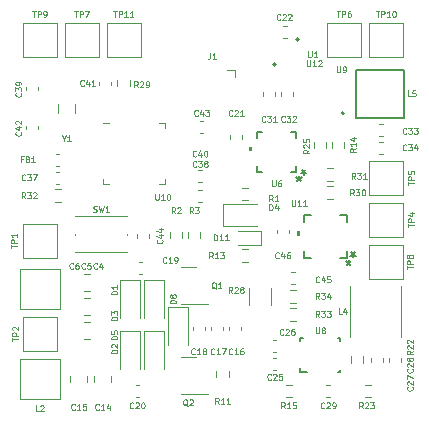
<source format=gbr>
%TF.GenerationSoftware,KiCad,Pcbnew,7.0.1*%
%TF.CreationDate,2024-08-13T13:22:24+02:00*%
%TF.ProjectId,wpt_receiver,7770745f-7265-4636-9569-7665722e6b69,rev?*%
%TF.SameCoordinates,Original*%
%TF.FileFunction,Legend,Top*%
%TF.FilePolarity,Positive*%
%FSLAX46Y46*%
G04 Gerber Fmt 4.6, Leading zero omitted, Abs format (unit mm)*
G04 Created by KiCad (PCBNEW 7.0.1) date 2024-08-13 13:22:24*
%MOMM*%
%LPD*%
G01*
G04 APERTURE LIST*
%ADD10C,0.125000*%
%ADD11C,0.100000*%
%ADD12C,0.150000*%
%ADD13C,0.120000*%
%ADD14C,0.152400*%
%ADD15C,0.200000*%
G04 APERTURE END LIST*
D10*
%TO.C,C17*%
X141283571Y-132771690D02*
X141259762Y-132795500D01*
X141259762Y-132795500D02*
X141188333Y-132819309D01*
X141188333Y-132819309D02*
X141140714Y-132819309D01*
X141140714Y-132819309D02*
X141069286Y-132795500D01*
X141069286Y-132795500D02*
X141021667Y-132747880D01*
X141021667Y-132747880D02*
X140997857Y-132700261D01*
X140997857Y-132700261D02*
X140974048Y-132605023D01*
X140974048Y-132605023D02*
X140974048Y-132533595D01*
X140974048Y-132533595D02*
X140997857Y-132438357D01*
X140997857Y-132438357D02*
X141021667Y-132390738D01*
X141021667Y-132390738D02*
X141069286Y-132343119D01*
X141069286Y-132343119D02*
X141140714Y-132319309D01*
X141140714Y-132319309D02*
X141188333Y-132319309D01*
X141188333Y-132319309D02*
X141259762Y-132343119D01*
X141259762Y-132343119D02*
X141283571Y-132366928D01*
X141759762Y-132819309D02*
X141474048Y-132819309D01*
X141616905Y-132819309D02*
X141616905Y-132319309D01*
X141616905Y-132319309D02*
X141569286Y-132390738D01*
X141569286Y-132390738D02*
X141521667Y-132438357D01*
X141521667Y-132438357D02*
X141474048Y-132462166D01*
X141926428Y-132319309D02*
X142259761Y-132319309D01*
X142259761Y-132319309D02*
X142045476Y-132819309D01*
D11*
%TO.C,L2*%
X126408666Y-137645309D02*
X126170571Y-137645309D01*
X126170571Y-137645309D02*
X126170571Y-137145309D01*
X126551524Y-137192928D02*
X126575333Y-137169119D01*
X126575333Y-137169119D02*
X126622952Y-137145309D01*
X126622952Y-137145309D02*
X126742000Y-137145309D01*
X126742000Y-137145309D02*
X126789619Y-137169119D01*
X126789619Y-137169119D02*
X126813428Y-137192928D01*
X126813428Y-137192928D02*
X126837238Y-137240547D01*
X126837238Y-137240547D02*
X126837238Y-137288166D01*
X126837238Y-137288166D02*
X126813428Y-137359595D01*
X126813428Y-137359595D02*
X126527714Y-137645309D01*
X126527714Y-137645309D02*
X126837238Y-137645309D01*
D10*
%TO.C,R15*%
X147252571Y-137391309D02*
X147085905Y-137153214D01*
X146966857Y-137391309D02*
X146966857Y-136891309D01*
X146966857Y-136891309D02*
X147157333Y-136891309D01*
X147157333Y-136891309D02*
X147204952Y-136915119D01*
X147204952Y-136915119D02*
X147228762Y-136938928D01*
X147228762Y-136938928D02*
X147252571Y-136986547D01*
X147252571Y-136986547D02*
X147252571Y-137057976D01*
X147252571Y-137057976D02*
X147228762Y-137105595D01*
X147228762Y-137105595D02*
X147204952Y-137129404D01*
X147204952Y-137129404D02*
X147157333Y-137153214D01*
X147157333Y-137153214D02*
X146966857Y-137153214D01*
X147728762Y-137391309D02*
X147443048Y-137391309D01*
X147585905Y-137391309D02*
X147585905Y-136891309D01*
X147585905Y-136891309D02*
X147538286Y-136962738D01*
X147538286Y-136962738D02*
X147490667Y-137010357D01*
X147490667Y-137010357D02*
X147443048Y-137034166D01*
X148181142Y-136891309D02*
X147943047Y-136891309D01*
X147943047Y-136891309D02*
X147919238Y-137129404D01*
X147919238Y-137129404D02*
X147943047Y-137105595D01*
X147943047Y-137105595D02*
X147990666Y-137081785D01*
X147990666Y-137081785D02*
X148109714Y-137081785D01*
X148109714Y-137081785D02*
X148157333Y-137105595D01*
X148157333Y-137105595D02*
X148181142Y-137129404D01*
X148181142Y-137129404D02*
X148204952Y-137177023D01*
X148204952Y-137177023D02*
X148204952Y-137296071D01*
X148204952Y-137296071D02*
X148181142Y-137343690D01*
X148181142Y-137343690D02*
X148157333Y-137367500D01*
X148157333Y-137367500D02*
X148109714Y-137391309D01*
X148109714Y-137391309D02*
X147990666Y-137391309D01*
X147990666Y-137391309D02*
X147943047Y-137367500D01*
X147943047Y-137367500D02*
X147919238Y-137343690D01*
%TO.C,C31*%
X145601571Y-113086690D02*
X145577762Y-113110500D01*
X145577762Y-113110500D02*
X145506333Y-113134309D01*
X145506333Y-113134309D02*
X145458714Y-113134309D01*
X145458714Y-113134309D02*
X145387286Y-113110500D01*
X145387286Y-113110500D02*
X145339667Y-113062880D01*
X145339667Y-113062880D02*
X145315857Y-113015261D01*
X145315857Y-113015261D02*
X145292048Y-112920023D01*
X145292048Y-112920023D02*
X145292048Y-112848595D01*
X145292048Y-112848595D02*
X145315857Y-112753357D01*
X145315857Y-112753357D02*
X145339667Y-112705738D01*
X145339667Y-112705738D02*
X145387286Y-112658119D01*
X145387286Y-112658119D02*
X145458714Y-112634309D01*
X145458714Y-112634309D02*
X145506333Y-112634309D01*
X145506333Y-112634309D02*
X145577762Y-112658119D01*
X145577762Y-112658119D02*
X145601571Y-112681928D01*
X145768238Y-112634309D02*
X146077762Y-112634309D01*
X146077762Y-112634309D02*
X145911095Y-112824785D01*
X145911095Y-112824785D02*
X145982524Y-112824785D01*
X145982524Y-112824785D02*
X146030143Y-112848595D01*
X146030143Y-112848595D02*
X146053952Y-112872404D01*
X146053952Y-112872404D02*
X146077762Y-112920023D01*
X146077762Y-112920023D02*
X146077762Y-113039071D01*
X146077762Y-113039071D02*
X146053952Y-113086690D01*
X146053952Y-113086690D02*
X146030143Y-113110500D01*
X146030143Y-113110500D02*
X145982524Y-113134309D01*
X145982524Y-113134309D02*
X145839667Y-113134309D01*
X145839667Y-113134309D02*
X145792048Y-113110500D01*
X145792048Y-113110500D02*
X145768238Y-113086690D01*
X146553952Y-113134309D02*
X146268238Y-113134309D01*
X146411095Y-113134309D02*
X146411095Y-112634309D01*
X146411095Y-112634309D02*
X146363476Y-112705738D01*
X146363476Y-112705738D02*
X146315857Y-112753357D01*
X146315857Y-112753357D02*
X146268238Y-112777166D01*
%TO.C,C21*%
X142807571Y-112578690D02*
X142783762Y-112602500D01*
X142783762Y-112602500D02*
X142712333Y-112626309D01*
X142712333Y-112626309D02*
X142664714Y-112626309D01*
X142664714Y-112626309D02*
X142593286Y-112602500D01*
X142593286Y-112602500D02*
X142545667Y-112554880D01*
X142545667Y-112554880D02*
X142521857Y-112507261D01*
X142521857Y-112507261D02*
X142498048Y-112412023D01*
X142498048Y-112412023D02*
X142498048Y-112340595D01*
X142498048Y-112340595D02*
X142521857Y-112245357D01*
X142521857Y-112245357D02*
X142545667Y-112197738D01*
X142545667Y-112197738D02*
X142593286Y-112150119D01*
X142593286Y-112150119D02*
X142664714Y-112126309D01*
X142664714Y-112126309D02*
X142712333Y-112126309D01*
X142712333Y-112126309D02*
X142783762Y-112150119D01*
X142783762Y-112150119D02*
X142807571Y-112173928D01*
X142998048Y-112173928D02*
X143021857Y-112150119D01*
X143021857Y-112150119D02*
X143069476Y-112126309D01*
X143069476Y-112126309D02*
X143188524Y-112126309D01*
X143188524Y-112126309D02*
X143236143Y-112150119D01*
X143236143Y-112150119D02*
X143259952Y-112173928D01*
X143259952Y-112173928D02*
X143283762Y-112221547D01*
X143283762Y-112221547D02*
X143283762Y-112269166D01*
X143283762Y-112269166D02*
X143259952Y-112340595D01*
X143259952Y-112340595D02*
X142974238Y-112626309D01*
X142974238Y-112626309D02*
X143283762Y-112626309D01*
X143759952Y-112626309D02*
X143474238Y-112626309D01*
X143617095Y-112626309D02*
X143617095Y-112126309D01*
X143617095Y-112126309D02*
X143569476Y-112197738D01*
X143569476Y-112197738D02*
X143521857Y-112245357D01*
X143521857Y-112245357D02*
X143474238Y-112269166D01*
%TO.C,C40*%
X139750571Y-116019690D02*
X139726762Y-116043500D01*
X139726762Y-116043500D02*
X139655333Y-116067309D01*
X139655333Y-116067309D02*
X139607714Y-116067309D01*
X139607714Y-116067309D02*
X139536286Y-116043500D01*
X139536286Y-116043500D02*
X139488667Y-115995880D01*
X139488667Y-115995880D02*
X139464857Y-115948261D01*
X139464857Y-115948261D02*
X139441048Y-115853023D01*
X139441048Y-115853023D02*
X139441048Y-115781595D01*
X139441048Y-115781595D02*
X139464857Y-115686357D01*
X139464857Y-115686357D02*
X139488667Y-115638738D01*
X139488667Y-115638738D02*
X139536286Y-115591119D01*
X139536286Y-115591119D02*
X139607714Y-115567309D01*
X139607714Y-115567309D02*
X139655333Y-115567309D01*
X139655333Y-115567309D02*
X139726762Y-115591119D01*
X139726762Y-115591119D02*
X139750571Y-115614928D01*
X140179143Y-115733976D02*
X140179143Y-116067309D01*
X140060095Y-115543500D02*
X139941048Y-115900642D01*
X139941048Y-115900642D02*
X140250571Y-115900642D01*
X140536285Y-115567309D02*
X140583904Y-115567309D01*
X140583904Y-115567309D02*
X140631523Y-115591119D01*
X140631523Y-115591119D02*
X140655333Y-115614928D01*
X140655333Y-115614928D02*
X140679142Y-115662547D01*
X140679142Y-115662547D02*
X140702952Y-115757785D01*
X140702952Y-115757785D02*
X140702952Y-115876833D01*
X140702952Y-115876833D02*
X140679142Y-115972071D01*
X140679142Y-115972071D02*
X140655333Y-116019690D01*
X140655333Y-116019690D02*
X140631523Y-116043500D01*
X140631523Y-116043500D02*
X140583904Y-116067309D01*
X140583904Y-116067309D02*
X140536285Y-116067309D01*
X140536285Y-116067309D02*
X140488666Y-116043500D01*
X140488666Y-116043500D02*
X140464857Y-116019690D01*
X140464857Y-116019690D02*
X140441047Y-115972071D01*
X140441047Y-115972071D02*
X140417238Y-115876833D01*
X140417238Y-115876833D02*
X140417238Y-115757785D01*
X140417238Y-115757785D02*
X140441047Y-115662547D01*
X140441047Y-115662547D02*
X140464857Y-115614928D01*
X140464857Y-115614928D02*
X140488666Y-115591119D01*
X140488666Y-115591119D02*
X140536285Y-115567309D01*
%TO.C,C38*%
X139759571Y-116896690D02*
X139735762Y-116920500D01*
X139735762Y-116920500D02*
X139664333Y-116944309D01*
X139664333Y-116944309D02*
X139616714Y-116944309D01*
X139616714Y-116944309D02*
X139545286Y-116920500D01*
X139545286Y-116920500D02*
X139497667Y-116872880D01*
X139497667Y-116872880D02*
X139473857Y-116825261D01*
X139473857Y-116825261D02*
X139450048Y-116730023D01*
X139450048Y-116730023D02*
X139450048Y-116658595D01*
X139450048Y-116658595D02*
X139473857Y-116563357D01*
X139473857Y-116563357D02*
X139497667Y-116515738D01*
X139497667Y-116515738D02*
X139545286Y-116468119D01*
X139545286Y-116468119D02*
X139616714Y-116444309D01*
X139616714Y-116444309D02*
X139664333Y-116444309D01*
X139664333Y-116444309D02*
X139735762Y-116468119D01*
X139735762Y-116468119D02*
X139759571Y-116491928D01*
X139926238Y-116444309D02*
X140235762Y-116444309D01*
X140235762Y-116444309D02*
X140069095Y-116634785D01*
X140069095Y-116634785D02*
X140140524Y-116634785D01*
X140140524Y-116634785D02*
X140188143Y-116658595D01*
X140188143Y-116658595D02*
X140211952Y-116682404D01*
X140211952Y-116682404D02*
X140235762Y-116730023D01*
X140235762Y-116730023D02*
X140235762Y-116849071D01*
X140235762Y-116849071D02*
X140211952Y-116896690D01*
X140211952Y-116896690D02*
X140188143Y-116920500D01*
X140188143Y-116920500D02*
X140140524Y-116944309D01*
X140140524Y-116944309D02*
X139997667Y-116944309D01*
X139997667Y-116944309D02*
X139950048Y-116920500D01*
X139950048Y-116920500D02*
X139926238Y-116896690D01*
X140521476Y-116658595D02*
X140473857Y-116634785D01*
X140473857Y-116634785D02*
X140450047Y-116610976D01*
X140450047Y-116610976D02*
X140426238Y-116563357D01*
X140426238Y-116563357D02*
X140426238Y-116539547D01*
X140426238Y-116539547D02*
X140450047Y-116491928D01*
X140450047Y-116491928D02*
X140473857Y-116468119D01*
X140473857Y-116468119D02*
X140521476Y-116444309D01*
X140521476Y-116444309D02*
X140616714Y-116444309D01*
X140616714Y-116444309D02*
X140664333Y-116468119D01*
X140664333Y-116468119D02*
X140688142Y-116491928D01*
X140688142Y-116491928D02*
X140711952Y-116539547D01*
X140711952Y-116539547D02*
X140711952Y-116563357D01*
X140711952Y-116563357D02*
X140688142Y-116610976D01*
X140688142Y-116610976D02*
X140664333Y-116634785D01*
X140664333Y-116634785D02*
X140616714Y-116658595D01*
X140616714Y-116658595D02*
X140521476Y-116658595D01*
X140521476Y-116658595D02*
X140473857Y-116682404D01*
X140473857Y-116682404D02*
X140450047Y-116706214D01*
X140450047Y-116706214D02*
X140426238Y-116753833D01*
X140426238Y-116753833D02*
X140426238Y-116849071D01*
X140426238Y-116849071D02*
X140450047Y-116896690D01*
X140450047Y-116896690D02*
X140473857Y-116920500D01*
X140473857Y-116920500D02*
X140521476Y-116944309D01*
X140521476Y-116944309D02*
X140616714Y-116944309D01*
X140616714Y-116944309D02*
X140664333Y-116920500D01*
X140664333Y-116920500D02*
X140688142Y-116896690D01*
X140688142Y-116896690D02*
X140711952Y-116849071D01*
X140711952Y-116849071D02*
X140711952Y-116753833D01*
X140711952Y-116753833D02*
X140688142Y-116706214D01*
X140688142Y-116706214D02*
X140664333Y-116682404D01*
X140664333Y-116682404D02*
X140616714Y-116658595D01*
%TO.C,Q2*%
X139017380Y-137184928D02*
X138969761Y-137161119D01*
X138969761Y-137161119D02*
X138922142Y-137113500D01*
X138922142Y-137113500D02*
X138850714Y-137042071D01*
X138850714Y-137042071D02*
X138803095Y-137018261D01*
X138803095Y-137018261D02*
X138755476Y-137018261D01*
X138779285Y-137137309D02*
X138731666Y-137113500D01*
X138731666Y-137113500D02*
X138684047Y-137065880D01*
X138684047Y-137065880D02*
X138660238Y-136970642D01*
X138660238Y-136970642D02*
X138660238Y-136803976D01*
X138660238Y-136803976D02*
X138684047Y-136708738D01*
X138684047Y-136708738D02*
X138731666Y-136661119D01*
X138731666Y-136661119D02*
X138779285Y-136637309D01*
X138779285Y-136637309D02*
X138874523Y-136637309D01*
X138874523Y-136637309D02*
X138922142Y-136661119D01*
X138922142Y-136661119D02*
X138969761Y-136708738D01*
X138969761Y-136708738D02*
X138993571Y-136803976D01*
X138993571Y-136803976D02*
X138993571Y-136970642D01*
X138993571Y-136970642D02*
X138969761Y-137065880D01*
X138969761Y-137065880D02*
X138922142Y-137113500D01*
X138922142Y-137113500D02*
X138874523Y-137137309D01*
X138874523Y-137137309D02*
X138779285Y-137137309D01*
X139184048Y-136684928D02*
X139207857Y-136661119D01*
X139207857Y-136661119D02*
X139255476Y-136637309D01*
X139255476Y-136637309D02*
X139374524Y-136637309D01*
X139374524Y-136637309D02*
X139422143Y-136661119D01*
X139422143Y-136661119D02*
X139445952Y-136684928D01*
X139445952Y-136684928D02*
X139469762Y-136732547D01*
X139469762Y-136732547D02*
X139469762Y-136780166D01*
X139469762Y-136780166D02*
X139445952Y-136851595D01*
X139445952Y-136851595D02*
X139160238Y-137137309D01*
X139160238Y-137137309D02*
X139469762Y-137137309D01*
%TO.C,TP1*%
X124064309Y-123820951D02*
X124064309Y-123535237D01*
X124564309Y-123678094D02*
X124064309Y-123678094D01*
X124564309Y-123368571D02*
X124064309Y-123368571D01*
X124064309Y-123368571D02*
X124064309Y-123178095D01*
X124064309Y-123178095D02*
X124088119Y-123130476D01*
X124088119Y-123130476D02*
X124111928Y-123106666D01*
X124111928Y-123106666D02*
X124159547Y-123082857D01*
X124159547Y-123082857D02*
X124230976Y-123082857D01*
X124230976Y-123082857D02*
X124278595Y-123106666D01*
X124278595Y-123106666D02*
X124302404Y-123130476D01*
X124302404Y-123130476D02*
X124326214Y-123178095D01*
X124326214Y-123178095D02*
X124326214Y-123368571D01*
X124564309Y-122606666D02*
X124564309Y-122892380D01*
X124564309Y-122749523D02*
X124064309Y-122749523D01*
X124064309Y-122749523D02*
X124135738Y-122797142D01*
X124135738Y-122797142D02*
X124183357Y-122844761D01*
X124183357Y-122844761D02*
X124207166Y-122892380D01*
%TO.C,C37*%
X125281571Y-118039690D02*
X125257762Y-118063500D01*
X125257762Y-118063500D02*
X125186333Y-118087309D01*
X125186333Y-118087309D02*
X125138714Y-118087309D01*
X125138714Y-118087309D02*
X125067286Y-118063500D01*
X125067286Y-118063500D02*
X125019667Y-118015880D01*
X125019667Y-118015880D02*
X124995857Y-117968261D01*
X124995857Y-117968261D02*
X124972048Y-117873023D01*
X124972048Y-117873023D02*
X124972048Y-117801595D01*
X124972048Y-117801595D02*
X124995857Y-117706357D01*
X124995857Y-117706357D02*
X125019667Y-117658738D01*
X125019667Y-117658738D02*
X125067286Y-117611119D01*
X125067286Y-117611119D02*
X125138714Y-117587309D01*
X125138714Y-117587309D02*
X125186333Y-117587309D01*
X125186333Y-117587309D02*
X125257762Y-117611119D01*
X125257762Y-117611119D02*
X125281571Y-117634928D01*
X125448238Y-117587309D02*
X125757762Y-117587309D01*
X125757762Y-117587309D02*
X125591095Y-117777785D01*
X125591095Y-117777785D02*
X125662524Y-117777785D01*
X125662524Y-117777785D02*
X125710143Y-117801595D01*
X125710143Y-117801595D02*
X125733952Y-117825404D01*
X125733952Y-117825404D02*
X125757762Y-117873023D01*
X125757762Y-117873023D02*
X125757762Y-117992071D01*
X125757762Y-117992071D02*
X125733952Y-118039690D01*
X125733952Y-118039690D02*
X125710143Y-118063500D01*
X125710143Y-118063500D02*
X125662524Y-118087309D01*
X125662524Y-118087309D02*
X125519667Y-118087309D01*
X125519667Y-118087309D02*
X125472048Y-118063500D01*
X125472048Y-118063500D02*
X125448238Y-118039690D01*
X125924428Y-117587309D02*
X126257761Y-117587309D01*
X126257761Y-117587309D02*
X126043476Y-118087309D01*
%TO.C,C45*%
X150173571Y-126675690D02*
X150149762Y-126699500D01*
X150149762Y-126699500D02*
X150078333Y-126723309D01*
X150078333Y-126723309D02*
X150030714Y-126723309D01*
X150030714Y-126723309D02*
X149959286Y-126699500D01*
X149959286Y-126699500D02*
X149911667Y-126651880D01*
X149911667Y-126651880D02*
X149887857Y-126604261D01*
X149887857Y-126604261D02*
X149864048Y-126509023D01*
X149864048Y-126509023D02*
X149864048Y-126437595D01*
X149864048Y-126437595D02*
X149887857Y-126342357D01*
X149887857Y-126342357D02*
X149911667Y-126294738D01*
X149911667Y-126294738D02*
X149959286Y-126247119D01*
X149959286Y-126247119D02*
X150030714Y-126223309D01*
X150030714Y-126223309D02*
X150078333Y-126223309D01*
X150078333Y-126223309D02*
X150149762Y-126247119D01*
X150149762Y-126247119D02*
X150173571Y-126270928D01*
X150602143Y-126389976D02*
X150602143Y-126723309D01*
X150483095Y-126199500D02*
X150364048Y-126556642D01*
X150364048Y-126556642D02*
X150673571Y-126556642D01*
X151102142Y-126223309D02*
X150864047Y-126223309D01*
X150864047Y-126223309D02*
X150840238Y-126461404D01*
X150840238Y-126461404D02*
X150864047Y-126437595D01*
X150864047Y-126437595D02*
X150911666Y-126413785D01*
X150911666Y-126413785D02*
X151030714Y-126413785D01*
X151030714Y-126413785D02*
X151078333Y-126437595D01*
X151078333Y-126437595D02*
X151102142Y-126461404D01*
X151102142Y-126461404D02*
X151125952Y-126509023D01*
X151125952Y-126509023D02*
X151125952Y-126628071D01*
X151125952Y-126628071D02*
X151102142Y-126675690D01*
X151102142Y-126675690D02*
X151078333Y-126699500D01*
X151078333Y-126699500D02*
X151030714Y-126723309D01*
X151030714Y-126723309D02*
X150911666Y-126723309D01*
X150911666Y-126723309D02*
X150864047Y-126699500D01*
X150864047Y-126699500D02*
X150840238Y-126675690D01*
%TO.C,R25*%
X149329309Y-115510428D02*
X149091214Y-115677094D01*
X149329309Y-115796142D02*
X148829309Y-115796142D01*
X148829309Y-115796142D02*
X148829309Y-115605666D01*
X148829309Y-115605666D02*
X148853119Y-115558047D01*
X148853119Y-115558047D02*
X148876928Y-115534237D01*
X148876928Y-115534237D02*
X148924547Y-115510428D01*
X148924547Y-115510428D02*
X148995976Y-115510428D01*
X148995976Y-115510428D02*
X149043595Y-115534237D01*
X149043595Y-115534237D02*
X149067404Y-115558047D01*
X149067404Y-115558047D02*
X149091214Y-115605666D01*
X149091214Y-115605666D02*
X149091214Y-115796142D01*
X148876928Y-115319951D02*
X148853119Y-115296142D01*
X148853119Y-115296142D02*
X148829309Y-115248523D01*
X148829309Y-115248523D02*
X148829309Y-115129475D01*
X148829309Y-115129475D02*
X148853119Y-115081856D01*
X148853119Y-115081856D02*
X148876928Y-115058047D01*
X148876928Y-115058047D02*
X148924547Y-115034237D01*
X148924547Y-115034237D02*
X148972166Y-115034237D01*
X148972166Y-115034237D02*
X149043595Y-115058047D01*
X149043595Y-115058047D02*
X149329309Y-115343761D01*
X149329309Y-115343761D02*
X149329309Y-115034237D01*
X148829309Y-114581857D02*
X148829309Y-114819952D01*
X148829309Y-114819952D02*
X149067404Y-114843761D01*
X149067404Y-114843761D02*
X149043595Y-114819952D01*
X149043595Y-114819952D02*
X149019785Y-114772333D01*
X149019785Y-114772333D02*
X149019785Y-114653285D01*
X149019785Y-114653285D02*
X149043595Y-114605666D01*
X149043595Y-114605666D02*
X149067404Y-114581857D01*
X149067404Y-114581857D02*
X149115023Y-114558047D01*
X149115023Y-114558047D02*
X149234071Y-114558047D01*
X149234071Y-114558047D02*
X149281690Y-114581857D01*
X149281690Y-114581857D02*
X149305500Y-114605666D01*
X149305500Y-114605666D02*
X149329309Y-114653285D01*
X149329309Y-114653285D02*
X149329309Y-114772333D01*
X149329309Y-114772333D02*
X149305500Y-114819952D01*
X149305500Y-114819952D02*
X149281690Y-114843761D01*
%TO.C,R14*%
X153266309Y-115383428D02*
X153028214Y-115550094D01*
X153266309Y-115669142D02*
X152766309Y-115669142D01*
X152766309Y-115669142D02*
X152766309Y-115478666D01*
X152766309Y-115478666D02*
X152790119Y-115431047D01*
X152790119Y-115431047D02*
X152813928Y-115407237D01*
X152813928Y-115407237D02*
X152861547Y-115383428D01*
X152861547Y-115383428D02*
X152932976Y-115383428D01*
X152932976Y-115383428D02*
X152980595Y-115407237D01*
X152980595Y-115407237D02*
X153004404Y-115431047D01*
X153004404Y-115431047D02*
X153028214Y-115478666D01*
X153028214Y-115478666D02*
X153028214Y-115669142D01*
X153266309Y-114907237D02*
X153266309Y-115192951D01*
X153266309Y-115050094D02*
X152766309Y-115050094D01*
X152766309Y-115050094D02*
X152837738Y-115097713D01*
X152837738Y-115097713D02*
X152885357Y-115145332D01*
X152885357Y-115145332D02*
X152909166Y-115192951D01*
X152932976Y-114478666D02*
X153266309Y-114478666D01*
X152742500Y-114597714D02*
X153099642Y-114716761D01*
X153099642Y-114716761D02*
X153099642Y-114407238D01*
%TO.C,D11*%
X141251857Y-123167309D02*
X141251857Y-122667309D01*
X141251857Y-122667309D02*
X141370905Y-122667309D01*
X141370905Y-122667309D02*
X141442333Y-122691119D01*
X141442333Y-122691119D02*
X141489952Y-122738738D01*
X141489952Y-122738738D02*
X141513762Y-122786357D01*
X141513762Y-122786357D02*
X141537571Y-122881595D01*
X141537571Y-122881595D02*
X141537571Y-122953023D01*
X141537571Y-122953023D02*
X141513762Y-123048261D01*
X141513762Y-123048261D02*
X141489952Y-123095880D01*
X141489952Y-123095880D02*
X141442333Y-123143500D01*
X141442333Y-123143500D02*
X141370905Y-123167309D01*
X141370905Y-123167309D02*
X141251857Y-123167309D01*
X142013762Y-123167309D02*
X141728048Y-123167309D01*
X141870905Y-123167309D02*
X141870905Y-122667309D01*
X141870905Y-122667309D02*
X141823286Y-122738738D01*
X141823286Y-122738738D02*
X141775667Y-122786357D01*
X141775667Y-122786357D02*
X141728048Y-122810166D01*
X142489952Y-123167309D02*
X142204238Y-123167309D01*
X142347095Y-123167309D02*
X142347095Y-122667309D01*
X142347095Y-122667309D02*
X142299476Y-122738738D01*
X142299476Y-122738738D02*
X142251857Y-122786357D01*
X142251857Y-122786357D02*
X142204238Y-122810166D01*
%TO.C,C33*%
X157539571Y-114102690D02*
X157515762Y-114126500D01*
X157515762Y-114126500D02*
X157444333Y-114150309D01*
X157444333Y-114150309D02*
X157396714Y-114150309D01*
X157396714Y-114150309D02*
X157325286Y-114126500D01*
X157325286Y-114126500D02*
X157277667Y-114078880D01*
X157277667Y-114078880D02*
X157253857Y-114031261D01*
X157253857Y-114031261D02*
X157230048Y-113936023D01*
X157230048Y-113936023D02*
X157230048Y-113864595D01*
X157230048Y-113864595D02*
X157253857Y-113769357D01*
X157253857Y-113769357D02*
X157277667Y-113721738D01*
X157277667Y-113721738D02*
X157325286Y-113674119D01*
X157325286Y-113674119D02*
X157396714Y-113650309D01*
X157396714Y-113650309D02*
X157444333Y-113650309D01*
X157444333Y-113650309D02*
X157515762Y-113674119D01*
X157515762Y-113674119D02*
X157539571Y-113697928D01*
X157706238Y-113650309D02*
X158015762Y-113650309D01*
X158015762Y-113650309D02*
X157849095Y-113840785D01*
X157849095Y-113840785D02*
X157920524Y-113840785D01*
X157920524Y-113840785D02*
X157968143Y-113864595D01*
X157968143Y-113864595D02*
X157991952Y-113888404D01*
X157991952Y-113888404D02*
X158015762Y-113936023D01*
X158015762Y-113936023D02*
X158015762Y-114055071D01*
X158015762Y-114055071D02*
X157991952Y-114102690D01*
X157991952Y-114102690D02*
X157968143Y-114126500D01*
X157968143Y-114126500D02*
X157920524Y-114150309D01*
X157920524Y-114150309D02*
X157777667Y-114150309D01*
X157777667Y-114150309D02*
X157730048Y-114126500D01*
X157730048Y-114126500D02*
X157706238Y-114102690D01*
X158182428Y-113650309D02*
X158491952Y-113650309D01*
X158491952Y-113650309D02*
X158325285Y-113840785D01*
X158325285Y-113840785D02*
X158396714Y-113840785D01*
X158396714Y-113840785D02*
X158444333Y-113864595D01*
X158444333Y-113864595D02*
X158468142Y-113888404D01*
X158468142Y-113888404D02*
X158491952Y-113936023D01*
X158491952Y-113936023D02*
X158491952Y-114055071D01*
X158491952Y-114055071D02*
X158468142Y-114102690D01*
X158468142Y-114102690D02*
X158444333Y-114126500D01*
X158444333Y-114126500D02*
X158396714Y-114150309D01*
X158396714Y-114150309D02*
X158253857Y-114150309D01*
X158253857Y-114150309D02*
X158206238Y-114126500D01*
X158206238Y-114126500D02*
X158182428Y-114102690D01*
%TO.C,R28*%
X142807571Y-127612309D02*
X142640905Y-127374214D01*
X142521857Y-127612309D02*
X142521857Y-127112309D01*
X142521857Y-127112309D02*
X142712333Y-127112309D01*
X142712333Y-127112309D02*
X142759952Y-127136119D01*
X142759952Y-127136119D02*
X142783762Y-127159928D01*
X142783762Y-127159928D02*
X142807571Y-127207547D01*
X142807571Y-127207547D02*
X142807571Y-127278976D01*
X142807571Y-127278976D02*
X142783762Y-127326595D01*
X142783762Y-127326595D02*
X142759952Y-127350404D01*
X142759952Y-127350404D02*
X142712333Y-127374214D01*
X142712333Y-127374214D02*
X142521857Y-127374214D01*
X142998048Y-127159928D02*
X143021857Y-127136119D01*
X143021857Y-127136119D02*
X143069476Y-127112309D01*
X143069476Y-127112309D02*
X143188524Y-127112309D01*
X143188524Y-127112309D02*
X143236143Y-127136119D01*
X143236143Y-127136119D02*
X143259952Y-127159928D01*
X143259952Y-127159928D02*
X143283762Y-127207547D01*
X143283762Y-127207547D02*
X143283762Y-127255166D01*
X143283762Y-127255166D02*
X143259952Y-127326595D01*
X143259952Y-127326595D02*
X142974238Y-127612309D01*
X142974238Y-127612309D02*
X143283762Y-127612309D01*
X143569476Y-127326595D02*
X143521857Y-127302785D01*
X143521857Y-127302785D02*
X143498047Y-127278976D01*
X143498047Y-127278976D02*
X143474238Y-127231357D01*
X143474238Y-127231357D02*
X143474238Y-127207547D01*
X143474238Y-127207547D02*
X143498047Y-127159928D01*
X143498047Y-127159928D02*
X143521857Y-127136119D01*
X143521857Y-127136119D02*
X143569476Y-127112309D01*
X143569476Y-127112309D02*
X143664714Y-127112309D01*
X143664714Y-127112309D02*
X143712333Y-127136119D01*
X143712333Y-127136119D02*
X143736142Y-127159928D01*
X143736142Y-127159928D02*
X143759952Y-127207547D01*
X143759952Y-127207547D02*
X143759952Y-127231357D01*
X143759952Y-127231357D02*
X143736142Y-127278976D01*
X143736142Y-127278976D02*
X143712333Y-127302785D01*
X143712333Y-127302785D02*
X143664714Y-127326595D01*
X143664714Y-127326595D02*
X143569476Y-127326595D01*
X143569476Y-127326595D02*
X143521857Y-127350404D01*
X143521857Y-127350404D02*
X143498047Y-127374214D01*
X143498047Y-127374214D02*
X143474238Y-127421833D01*
X143474238Y-127421833D02*
X143474238Y-127517071D01*
X143474238Y-127517071D02*
X143498047Y-127564690D01*
X143498047Y-127564690D02*
X143521857Y-127588500D01*
X143521857Y-127588500D02*
X143569476Y-127612309D01*
X143569476Y-127612309D02*
X143664714Y-127612309D01*
X143664714Y-127612309D02*
X143712333Y-127588500D01*
X143712333Y-127588500D02*
X143736142Y-127564690D01*
X143736142Y-127564690D02*
X143759952Y-127517071D01*
X143759952Y-127517071D02*
X143759952Y-127421833D01*
X143759952Y-127421833D02*
X143736142Y-127374214D01*
X143736142Y-127374214D02*
X143712333Y-127350404D01*
X143712333Y-127350404D02*
X143664714Y-127326595D01*
%TO.C,R1*%
X146220666Y-119865309D02*
X146054000Y-119627214D01*
X145934952Y-119865309D02*
X145934952Y-119365309D01*
X145934952Y-119365309D02*
X146125428Y-119365309D01*
X146125428Y-119365309D02*
X146173047Y-119389119D01*
X146173047Y-119389119D02*
X146196857Y-119412928D01*
X146196857Y-119412928D02*
X146220666Y-119460547D01*
X146220666Y-119460547D02*
X146220666Y-119531976D01*
X146220666Y-119531976D02*
X146196857Y-119579595D01*
X146196857Y-119579595D02*
X146173047Y-119603404D01*
X146173047Y-119603404D02*
X146125428Y-119627214D01*
X146125428Y-119627214D02*
X145934952Y-119627214D01*
X146696857Y-119865309D02*
X146411143Y-119865309D01*
X146554000Y-119865309D02*
X146554000Y-119365309D01*
X146554000Y-119365309D02*
X146506381Y-119436738D01*
X146506381Y-119436738D02*
X146458762Y-119484357D01*
X146458762Y-119484357D02*
X146411143Y-119508166D01*
%TO.C,U12*%
X149113952Y-107935309D02*
X149113952Y-108340071D01*
X149113952Y-108340071D02*
X149137762Y-108387690D01*
X149137762Y-108387690D02*
X149161571Y-108411500D01*
X149161571Y-108411500D02*
X149209190Y-108435309D01*
X149209190Y-108435309D02*
X149304428Y-108435309D01*
X149304428Y-108435309D02*
X149352047Y-108411500D01*
X149352047Y-108411500D02*
X149375857Y-108387690D01*
X149375857Y-108387690D02*
X149399666Y-108340071D01*
X149399666Y-108340071D02*
X149399666Y-107935309D01*
X149899667Y-108435309D02*
X149613953Y-108435309D01*
X149756810Y-108435309D02*
X149756810Y-107935309D01*
X149756810Y-107935309D02*
X149709191Y-108006738D01*
X149709191Y-108006738D02*
X149661572Y-108054357D01*
X149661572Y-108054357D02*
X149613953Y-108078166D01*
X150090143Y-107982928D02*
X150113952Y-107959119D01*
X150113952Y-107959119D02*
X150161571Y-107935309D01*
X150161571Y-107935309D02*
X150280619Y-107935309D01*
X150280619Y-107935309D02*
X150328238Y-107959119D01*
X150328238Y-107959119D02*
X150352047Y-107982928D01*
X150352047Y-107982928D02*
X150375857Y-108030547D01*
X150375857Y-108030547D02*
X150375857Y-108078166D01*
X150375857Y-108078166D02*
X150352047Y-108149595D01*
X150352047Y-108149595D02*
X150066333Y-108435309D01*
X150066333Y-108435309D02*
X150375857Y-108435309D01*
%TO.C,TP5*%
X157708309Y-118486951D02*
X157708309Y-118201237D01*
X158208309Y-118344094D02*
X157708309Y-118344094D01*
X158208309Y-118034571D02*
X157708309Y-118034571D01*
X157708309Y-118034571D02*
X157708309Y-117844095D01*
X157708309Y-117844095D02*
X157732119Y-117796476D01*
X157732119Y-117796476D02*
X157755928Y-117772666D01*
X157755928Y-117772666D02*
X157803547Y-117748857D01*
X157803547Y-117748857D02*
X157874976Y-117748857D01*
X157874976Y-117748857D02*
X157922595Y-117772666D01*
X157922595Y-117772666D02*
X157946404Y-117796476D01*
X157946404Y-117796476D02*
X157970214Y-117844095D01*
X157970214Y-117844095D02*
X157970214Y-118034571D01*
X157708309Y-117296476D02*
X157708309Y-117534571D01*
X157708309Y-117534571D02*
X157946404Y-117558380D01*
X157946404Y-117558380D02*
X157922595Y-117534571D01*
X157922595Y-117534571D02*
X157898785Y-117486952D01*
X157898785Y-117486952D02*
X157898785Y-117367904D01*
X157898785Y-117367904D02*
X157922595Y-117320285D01*
X157922595Y-117320285D02*
X157946404Y-117296476D01*
X157946404Y-117296476D02*
X157994023Y-117272666D01*
X157994023Y-117272666D02*
X158113071Y-117272666D01*
X158113071Y-117272666D02*
X158160690Y-117296476D01*
X158160690Y-117296476D02*
X158184500Y-117320285D01*
X158184500Y-117320285D02*
X158208309Y-117367904D01*
X158208309Y-117367904D02*
X158208309Y-117486952D01*
X158208309Y-117486952D02*
X158184500Y-117534571D01*
X158184500Y-117534571D02*
X158160690Y-117558380D01*
%TO.C,U11*%
X147843952Y-119746309D02*
X147843952Y-120151071D01*
X147843952Y-120151071D02*
X147867762Y-120198690D01*
X147867762Y-120198690D02*
X147891571Y-120222500D01*
X147891571Y-120222500D02*
X147939190Y-120246309D01*
X147939190Y-120246309D02*
X148034428Y-120246309D01*
X148034428Y-120246309D02*
X148082047Y-120222500D01*
X148082047Y-120222500D02*
X148105857Y-120198690D01*
X148105857Y-120198690D02*
X148129666Y-120151071D01*
X148129666Y-120151071D02*
X148129666Y-119746309D01*
X148629667Y-120246309D02*
X148343953Y-120246309D01*
X148486810Y-120246309D02*
X148486810Y-119746309D01*
X148486810Y-119746309D02*
X148439191Y-119817738D01*
X148439191Y-119817738D02*
X148391572Y-119865357D01*
X148391572Y-119865357D02*
X148343953Y-119889166D01*
X149105857Y-120246309D02*
X148820143Y-120246309D01*
X148963000Y-120246309D02*
X148963000Y-119746309D01*
X148963000Y-119746309D02*
X148915381Y-119817738D01*
X148915381Y-119817738D02*
X148867762Y-119865357D01*
X148867762Y-119865357D02*
X148820143Y-119889166D01*
D12*
X153034999Y-124616380D02*
X153034999Y-124378285D01*
X153273094Y-124473523D02*
X153034999Y-124378285D01*
X153034999Y-124378285D02*
X152796904Y-124473523D01*
X153177856Y-124187809D02*
X153034999Y-124378285D01*
X153034999Y-124378285D02*
X152892142Y-124187809D01*
X152654000Y-124811619D02*
X152654000Y-125049714D01*
X152415905Y-124954476D02*
X152654000Y-125049714D01*
X152654000Y-125049714D02*
X152892095Y-124954476D01*
X152511143Y-125240190D02*
X152654000Y-125049714D01*
X152654000Y-125049714D02*
X152796857Y-125240190D01*
D10*
%TO.C,C44*%
X136850690Y-123118928D02*
X136874500Y-123142737D01*
X136874500Y-123142737D02*
X136898309Y-123214166D01*
X136898309Y-123214166D02*
X136898309Y-123261785D01*
X136898309Y-123261785D02*
X136874500Y-123333213D01*
X136874500Y-123333213D02*
X136826880Y-123380832D01*
X136826880Y-123380832D02*
X136779261Y-123404642D01*
X136779261Y-123404642D02*
X136684023Y-123428451D01*
X136684023Y-123428451D02*
X136612595Y-123428451D01*
X136612595Y-123428451D02*
X136517357Y-123404642D01*
X136517357Y-123404642D02*
X136469738Y-123380832D01*
X136469738Y-123380832D02*
X136422119Y-123333213D01*
X136422119Y-123333213D02*
X136398309Y-123261785D01*
X136398309Y-123261785D02*
X136398309Y-123214166D01*
X136398309Y-123214166D02*
X136422119Y-123142737D01*
X136422119Y-123142737D02*
X136445928Y-123118928D01*
X136564976Y-122690356D02*
X136898309Y-122690356D01*
X136374500Y-122809404D02*
X136731642Y-122928451D01*
X136731642Y-122928451D02*
X136731642Y-122618928D01*
X136564976Y-122214166D02*
X136898309Y-122214166D01*
X136374500Y-122333214D02*
X136731642Y-122452261D01*
X136731642Y-122452261D02*
X136731642Y-122142738D01*
%TO.C,R11*%
X141664571Y-137010309D02*
X141497905Y-136772214D01*
X141378857Y-137010309D02*
X141378857Y-136510309D01*
X141378857Y-136510309D02*
X141569333Y-136510309D01*
X141569333Y-136510309D02*
X141616952Y-136534119D01*
X141616952Y-136534119D02*
X141640762Y-136557928D01*
X141640762Y-136557928D02*
X141664571Y-136605547D01*
X141664571Y-136605547D02*
X141664571Y-136676976D01*
X141664571Y-136676976D02*
X141640762Y-136724595D01*
X141640762Y-136724595D02*
X141616952Y-136748404D01*
X141616952Y-136748404D02*
X141569333Y-136772214D01*
X141569333Y-136772214D02*
X141378857Y-136772214D01*
X142140762Y-137010309D02*
X141855048Y-137010309D01*
X141997905Y-137010309D02*
X141997905Y-136510309D01*
X141997905Y-136510309D02*
X141950286Y-136581738D01*
X141950286Y-136581738D02*
X141902667Y-136629357D01*
X141902667Y-136629357D02*
X141855048Y-136653166D01*
X142616952Y-137010309D02*
X142331238Y-137010309D01*
X142474095Y-137010309D02*
X142474095Y-136510309D01*
X142474095Y-136510309D02*
X142426476Y-136581738D01*
X142426476Y-136581738D02*
X142378857Y-136629357D01*
X142378857Y-136629357D02*
X142331238Y-136653166D01*
%TO.C,U10*%
X136286952Y-119238309D02*
X136286952Y-119643071D01*
X136286952Y-119643071D02*
X136310762Y-119690690D01*
X136310762Y-119690690D02*
X136334571Y-119714500D01*
X136334571Y-119714500D02*
X136382190Y-119738309D01*
X136382190Y-119738309D02*
X136477428Y-119738309D01*
X136477428Y-119738309D02*
X136525047Y-119714500D01*
X136525047Y-119714500D02*
X136548857Y-119690690D01*
X136548857Y-119690690D02*
X136572666Y-119643071D01*
X136572666Y-119643071D02*
X136572666Y-119238309D01*
X137072667Y-119738309D02*
X136786953Y-119738309D01*
X136929810Y-119738309D02*
X136929810Y-119238309D01*
X136929810Y-119238309D02*
X136882191Y-119309738D01*
X136882191Y-119309738D02*
X136834572Y-119357357D01*
X136834572Y-119357357D02*
X136786953Y-119381166D01*
X137382190Y-119238309D02*
X137429809Y-119238309D01*
X137429809Y-119238309D02*
X137477428Y-119262119D01*
X137477428Y-119262119D02*
X137501238Y-119285928D01*
X137501238Y-119285928D02*
X137525047Y-119333547D01*
X137525047Y-119333547D02*
X137548857Y-119428785D01*
X137548857Y-119428785D02*
X137548857Y-119547833D01*
X137548857Y-119547833D02*
X137525047Y-119643071D01*
X137525047Y-119643071D02*
X137501238Y-119690690D01*
X137501238Y-119690690D02*
X137477428Y-119714500D01*
X137477428Y-119714500D02*
X137429809Y-119738309D01*
X137429809Y-119738309D02*
X137382190Y-119738309D01*
X137382190Y-119738309D02*
X137334571Y-119714500D01*
X137334571Y-119714500D02*
X137310762Y-119690690D01*
X137310762Y-119690690D02*
X137286952Y-119643071D01*
X137286952Y-119643071D02*
X137263143Y-119547833D01*
X137263143Y-119547833D02*
X137263143Y-119428785D01*
X137263143Y-119428785D02*
X137286952Y-119333547D01*
X137286952Y-119333547D02*
X137310762Y-119285928D01*
X137310762Y-119285928D02*
X137334571Y-119262119D01*
X137334571Y-119262119D02*
X137382190Y-119238309D01*
%TO.C,C22*%
X146871571Y-104450690D02*
X146847762Y-104474500D01*
X146847762Y-104474500D02*
X146776333Y-104498309D01*
X146776333Y-104498309D02*
X146728714Y-104498309D01*
X146728714Y-104498309D02*
X146657286Y-104474500D01*
X146657286Y-104474500D02*
X146609667Y-104426880D01*
X146609667Y-104426880D02*
X146585857Y-104379261D01*
X146585857Y-104379261D02*
X146562048Y-104284023D01*
X146562048Y-104284023D02*
X146562048Y-104212595D01*
X146562048Y-104212595D02*
X146585857Y-104117357D01*
X146585857Y-104117357D02*
X146609667Y-104069738D01*
X146609667Y-104069738D02*
X146657286Y-104022119D01*
X146657286Y-104022119D02*
X146728714Y-103998309D01*
X146728714Y-103998309D02*
X146776333Y-103998309D01*
X146776333Y-103998309D02*
X146847762Y-104022119D01*
X146847762Y-104022119D02*
X146871571Y-104045928D01*
X147062048Y-104045928D02*
X147085857Y-104022119D01*
X147085857Y-104022119D02*
X147133476Y-103998309D01*
X147133476Y-103998309D02*
X147252524Y-103998309D01*
X147252524Y-103998309D02*
X147300143Y-104022119D01*
X147300143Y-104022119D02*
X147323952Y-104045928D01*
X147323952Y-104045928D02*
X147347762Y-104093547D01*
X147347762Y-104093547D02*
X147347762Y-104141166D01*
X147347762Y-104141166D02*
X147323952Y-104212595D01*
X147323952Y-104212595D02*
X147038238Y-104498309D01*
X147038238Y-104498309D02*
X147347762Y-104498309D01*
X147538238Y-104045928D02*
X147562047Y-104022119D01*
X147562047Y-104022119D02*
X147609666Y-103998309D01*
X147609666Y-103998309D02*
X147728714Y-103998309D01*
X147728714Y-103998309D02*
X147776333Y-104022119D01*
X147776333Y-104022119D02*
X147800142Y-104045928D01*
X147800142Y-104045928D02*
X147823952Y-104093547D01*
X147823952Y-104093547D02*
X147823952Y-104141166D01*
X147823952Y-104141166D02*
X147800142Y-104212595D01*
X147800142Y-104212595D02*
X147514428Y-104498309D01*
X147514428Y-104498309D02*
X147823952Y-104498309D01*
%TO.C,TP4*%
X157708309Y-122042951D02*
X157708309Y-121757237D01*
X158208309Y-121900094D02*
X157708309Y-121900094D01*
X158208309Y-121590571D02*
X157708309Y-121590571D01*
X157708309Y-121590571D02*
X157708309Y-121400095D01*
X157708309Y-121400095D02*
X157732119Y-121352476D01*
X157732119Y-121352476D02*
X157755928Y-121328666D01*
X157755928Y-121328666D02*
X157803547Y-121304857D01*
X157803547Y-121304857D02*
X157874976Y-121304857D01*
X157874976Y-121304857D02*
X157922595Y-121328666D01*
X157922595Y-121328666D02*
X157946404Y-121352476D01*
X157946404Y-121352476D02*
X157970214Y-121400095D01*
X157970214Y-121400095D02*
X157970214Y-121590571D01*
X157874976Y-120876285D02*
X158208309Y-120876285D01*
X157684500Y-120995333D02*
X158041642Y-121114380D01*
X158041642Y-121114380D02*
X158041642Y-120804857D01*
%TO.C,L5*%
X157904666Y-110975309D02*
X157666571Y-110975309D01*
X157666571Y-110975309D02*
X157666571Y-110475309D01*
X158309428Y-110475309D02*
X158071333Y-110475309D01*
X158071333Y-110475309D02*
X158047524Y-110713404D01*
X158047524Y-110713404D02*
X158071333Y-110689595D01*
X158071333Y-110689595D02*
X158118952Y-110665785D01*
X158118952Y-110665785D02*
X158238000Y-110665785D01*
X158238000Y-110665785D02*
X158285619Y-110689595D01*
X158285619Y-110689595D02*
X158309428Y-110713404D01*
X158309428Y-110713404D02*
X158333238Y-110761023D01*
X158333238Y-110761023D02*
X158333238Y-110880071D01*
X158333238Y-110880071D02*
X158309428Y-110927690D01*
X158309428Y-110927690D02*
X158285619Y-110951500D01*
X158285619Y-110951500D02*
X158238000Y-110975309D01*
X158238000Y-110975309D02*
X158118952Y-110975309D01*
X158118952Y-110975309D02*
X158071333Y-110951500D01*
X158071333Y-110951500D02*
X158047524Y-110927690D01*
%TO.C,C27*%
X158044690Y-135576428D02*
X158068500Y-135600237D01*
X158068500Y-135600237D02*
X158092309Y-135671666D01*
X158092309Y-135671666D02*
X158092309Y-135719285D01*
X158092309Y-135719285D02*
X158068500Y-135790713D01*
X158068500Y-135790713D02*
X158020880Y-135838332D01*
X158020880Y-135838332D02*
X157973261Y-135862142D01*
X157973261Y-135862142D02*
X157878023Y-135885951D01*
X157878023Y-135885951D02*
X157806595Y-135885951D01*
X157806595Y-135885951D02*
X157711357Y-135862142D01*
X157711357Y-135862142D02*
X157663738Y-135838332D01*
X157663738Y-135838332D02*
X157616119Y-135790713D01*
X157616119Y-135790713D02*
X157592309Y-135719285D01*
X157592309Y-135719285D02*
X157592309Y-135671666D01*
X157592309Y-135671666D02*
X157616119Y-135600237D01*
X157616119Y-135600237D02*
X157639928Y-135576428D01*
X157639928Y-135385951D02*
X157616119Y-135362142D01*
X157616119Y-135362142D02*
X157592309Y-135314523D01*
X157592309Y-135314523D02*
X157592309Y-135195475D01*
X157592309Y-135195475D02*
X157616119Y-135147856D01*
X157616119Y-135147856D02*
X157639928Y-135124047D01*
X157639928Y-135124047D02*
X157687547Y-135100237D01*
X157687547Y-135100237D02*
X157735166Y-135100237D01*
X157735166Y-135100237D02*
X157806595Y-135124047D01*
X157806595Y-135124047D02*
X158092309Y-135409761D01*
X158092309Y-135409761D02*
X158092309Y-135100237D01*
X157592309Y-134933571D02*
X157592309Y-134600238D01*
X157592309Y-134600238D02*
X158092309Y-134814523D01*
%TO.C,TP10*%
X154959953Y-103744309D02*
X155245667Y-103744309D01*
X155102810Y-104244309D02*
X155102810Y-103744309D01*
X155412333Y-104244309D02*
X155412333Y-103744309D01*
X155412333Y-103744309D02*
X155602809Y-103744309D01*
X155602809Y-103744309D02*
X155650428Y-103768119D01*
X155650428Y-103768119D02*
X155674238Y-103791928D01*
X155674238Y-103791928D02*
X155698047Y-103839547D01*
X155698047Y-103839547D02*
X155698047Y-103910976D01*
X155698047Y-103910976D02*
X155674238Y-103958595D01*
X155674238Y-103958595D02*
X155650428Y-103982404D01*
X155650428Y-103982404D02*
X155602809Y-104006214D01*
X155602809Y-104006214D02*
X155412333Y-104006214D01*
X156174238Y-104244309D02*
X155888524Y-104244309D01*
X156031381Y-104244309D02*
X156031381Y-103744309D01*
X156031381Y-103744309D02*
X155983762Y-103815738D01*
X155983762Y-103815738D02*
X155936143Y-103863357D01*
X155936143Y-103863357D02*
X155888524Y-103887166D01*
X156483761Y-103744309D02*
X156531380Y-103744309D01*
X156531380Y-103744309D02*
X156578999Y-103768119D01*
X156578999Y-103768119D02*
X156602809Y-103791928D01*
X156602809Y-103791928D02*
X156626618Y-103839547D01*
X156626618Y-103839547D02*
X156650428Y-103934785D01*
X156650428Y-103934785D02*
X156650428Y-104053833D01*
X156650428Y-104053833D02*
X156626618Y-104149071D01*
X156626618Y-104149071D02*
X156602809Y-104196690D01*
X156602809Y-104196690D02*
X156578999Y-104220500D01*
X156578999Y-104220500D02*
X156531380Y-104244309D01*
X156531380Y-104244309D02*
X156483761Y-104244309D01*
X156483761Y-104244309D02*
X156436142Y-104220500D01*
X156436142Y-104220500D02*
X156412333Y-104196690D01*
X156412333Y-104196690D02*
X156388523Y-104149071D01*
X156388523Y-104149071D02*
X156364714Y-104053833D01*
X156364714Y-104053833D02*
X156364714Y-103934785D01*
X156364714Y-103934785D02*
X156388523Y-103839547D01*
X156388523Y-103839547D02*
X156412333Y-103791928D01*
X156412333Y-103791928D02*
X156436142Y-103768119D01*
X156436142Y-103768119D02*
X156483761Y-103744309D01*
%TO.C,R31*%
X153221571Y-117960309D02*
X153054905Y-117722214D01*
X152935857Y-117960309D02*
X152935857Y-117460309D01*
X152935857Y-117460309D02*
X153126333Y-117460309D01*
X153126333Y-117460309D02*
X153173952Y-117484119D01*
X153173952Y-117484119D02*
X153197762Y-117507928D01*
X153197762Y-117507928D02*
X153221571Y-117555547D01*
X153221571Y-117555547D02*
X153221571Y-117626976D01*
X153221571Y-117626976D02*
X153197762Y-117674595D01*
X153197762Y-117674595D02*
X153173952Y-117698404D01*
X153173952Y-117698404D02*
X153126333Y-117722214D01*
X153126333Y-117722214D02*
X152935857Y-117722214D01*
X153388238Y-117460309D02*
X153697762Y-117460309D01*
X153697762Y-117460309D02*
X153531095Y-117650785D01*
X153531095Y-117650785D02*
X153602524Y-117650785D01*
X153602524Y-117650785D02*
X153650143Y-117674595D01*
X153650143Y-117674595D02*
X153673952Y-117698404D01*
X153673952Y-117698404D02*
X153697762Y-117746023D01*
X153697762Y-117746023D02*
X153697762Y-117865071D01*
X153697762Y-117865071D02*
X153673952Y-117912690D01*
X153673952Y-117912690D02*
X153650143Y-117936500D01*
X153650143Y-117936500D02*
X153602524Y-117960309D01*
X153602524Y-117960309D02*
X153459667Y-117960309D01*
X153459667Y-117960309D02*
X153412048Y-117936500D01*
X153412048Y-117936500D02*
X153388238Y-117912690D01*
X154173952Y-117960309D02*
X153888238Y-117960309D01*
X154031095Y-117960309D02*
X154031095Y-117460309D01*
X154031095Y-117460309D02*
X153983476Y-117531738D01*
X153983476Y-117531738D02*
X153935857Y-117579357D01*
X153935857Y-117579357D02*
X153888238Y-117603166D01*
%TO.C,D1*%
X133073309Y-127750047D02*
X132573309Y-127750047D01*
X132573309Y-127750047D02*
X132573309Y-127630999D01*
X132573309Y-127630999D02*
X132597119Y-127559571D01*
X132597119Y-127559571D02*
X132644738Y-127511952D01*
X132644738Y-127511952D02*
X132692357Y-127488142D01*
X132692357Y-127488142D02*
X132787595Y-127464333D01*
X132787595Y-127464333D02*
X132859023Y-127464333D01*
X132859023Y-127464333D02*
X132954261Y-127488142D01*
X132954261Y-127488142D02*
X133001880Y-127511952D01*
X133001880Y-127511952D02*
X133049500Y-127559571D01*
X133049500Y-127559571D02*
X133073309Y-127630999D01*
X133073309Y-127630999D02*
X133073309Y-127750047D01*
X133073309Y-126988142D02*
X133073309Y-127273856D01*
X133073309Y-127130999D02*
X132573309Y-127130999D01*
X132573309Y-127130999D02*
X132644738Y-127178618D01*
X132644738Y-127178618D02*
X132692357Y-127226237D01*
X132692357Y-127226237D02*
X132716166Y-127273856D01*
%TO.C,C19*%
X137219571Y-125024690D02*
X137195762Y-125048500D01*
X137195762Y-125048500D02*
X137124333Y-125072309D01*
X137124333Y-125072309D02*
X137076714Y-125072309D01*
X137076714Y-125072309D02*
X137005286Y-125048500D01*
X137005286Y-125048500D02*
X136957667Y-125000880D01*
X136957667Y-125000880D02*
X136933857Y-124953261D01*
X136933857Y-124953261D02*
X136910048Y-124858023D01*
X136910048Y-124858023D02*
X136910048Y-124786595D01*
X136910048Y-124786595D02*
X136933857Y-124691357D01*
X136933857Y-124691357D02*
X136957667Y-124643738D01*
X136957667Y-124643738D02*
X137005286Y-124596119D01*
X137005286Y-124596119D02*
X137076714Y-124572309D01*
X137076714Y-124572309D02*
X137124333Y-124572309D01*
X137124333Y-124572309D02*
X137195762Y-124596119D01*
X137195762Y-124596119D02*
X137219571Y-124619928D01*
X137695762Y-125072309D02*
X137410048Y-125072309D01*
X137552905Y-125072309D02*
X137552905Y-124572309D01*
X137552905Y-124572309D02*
X137505286Y-124643738D01*
X137505286Y-124643738D02*
X137457667Y-124691357D01*
X137457667Y-124691357D02*
X137410048Y-124715166D01*
X137933857Y-125072309D02*
X138029095Y-125072309D01*
X138029095Y-125072309D02*
X138076714Y-125048500D01*
X138076714Y-125048500D02*
X138100523Y-125024690D01*
X138100523Y-125024690D02*
X138148142Y-124953261D01*
X138148142Y-124953261D02*
X138171952Y-124858023D01*
X138171952Y-124858023D02*
X138171952Y-124667547D01*
X138171952Y-124667547D02*
X138148142Y-124619928D01*
X138148142Y-124619928D02*
X138124333Y-124596119D01*
X138124333Y-124596119D02*
X138076714Y-124572309D01*
X138076714Y-124572309D02*
X137981476Y-124572309D01*
X137981476Y-124572309D02*
X137933857Y-124596119D01*
X137933857Y-124596119D02*
X137910047Y-124619928D01*
X137910047Y-124619928D02*
X137886238Y-124667547D01*
X137886238Y-124667547D02*
X137886238Y-124786595D01*
X137886238Y-124786595D02*
X137910047Y-124834214D01*
X137910047Y-124834214D02*
X137933857Y-124858023D01*
X137933857Y-124858023D02*
X137981476Y-124881833D01*
X137981476Y-124881833D02*
X138076714Y-124881833D01*
X138076714Y-124881833D02*
X138124333Y-124858023D01*
X138124333Y-124858023D02*
X138148142Y-124834214D01*
X138148142Y-124834214D02*
X138171952Y-124786595D01*
%TO.C,FB1*%
X125059334Y-116301404D02*
X124892667Y-116301404D01*
X124892667Y-116563309D02*
X124892667Y-116063309D01*
X124892667Y-116063309D02*
X125130762Y-116063309D01*
X125487905Y-116301404D02*
X125559333Y-116325214D01*
X125559333Y-116325214D02*
X125583143Y-116349023D01*
X125583143Y-116349023D02*
X125606952Y-116396642D01*
X125606952Y-116396642D02*
X125606952Y-116468071D01*
X125606952Y-116468071D02*
X125583143Y-116515690D01*
X125583143Y-116515690D02*
X125559333Y-116539500D01*
X125559333Y-116539500D02*
X125511714Y-116563309D01*
X125511714Y-116563309D02*
X125321238Y-116563309D01*
X125321238Y-116563309D02*
X125321238Y-116063309D01*
X125321238Y-116063309D02*
X125487905Y-116063309D01*
X125487905Y-116063309D02*
X125535524Y-116087119D01*
X125535524Y-116087119D02*
X125559333Y-116110928D01*
X125559333Y-116110928D02*
X125583143Y-116158547D01*
X125583143Y-116158547D02*
X125583143Y-116206166D01*
X125583143Y-116206166D02*
X125559333Y-116253785D01*
X125559333Y-116253785D02*
X125535524Y-116277595D01*
X125535524Y-116277595D02*
X125487905Y-116301404D01*
X125487905Y-116301404D02*
X125321238Y-116301404D01*
X126083143Y-116563309D02*
X125797429Y-116563309D01*
X125940286Y-116563309D02*
X125940286Y-116063309D01*
X125940286Y-116063309D02*
X125892667Y-116134738D01*
X125892667Y-116134738D02*
X125845048Y-116182357D01*
X125845048Y-116182357D02*
X125797429Y-116206166D01*
%TO.C,J1*%
X140930333Y-107300309D02*
X140930333Y-107657452D01*
X140930333Y-107657452D02*
X140906524Y-107728880D01*
X140906524Y-107728880D02*
X140858905Y-107776500D01*
X140858905Y-107776500D02*
X140787476Y-107800309D01*
X140787476Y-107800309D02*
X140739857Y-107800309D01*
X141430333Y-107800309D02*
X141144619Y-107800309D01*
X141287476Y-107800309D02*
X141287476Y-107300309D01*
X141287476Y-107300309D02*
X141239857Y-107371738D01*
X141239857Y-107371738D02*
X141192238Y-107419357D01*
X141192238Y-107419357D02*
X141144619Y-107443166D01*
%TO.C,U8*%
X149860047Y-130541309D02*
X149860047Y-130946071D01*
X149860047Y-130946071D02*
X149883857Y-130993690D01*
X149883857Y-130993690D02*
X149907666Y-131017500D01*
X149907666Y-131017500D02*
X149955285Y-131041309D01*
X149955285Y-131041309D02*
X150050523Y-131041309D01*
X150050523Y-131041309D02*
X150098142Y-131017500D01*
X150098142Y-131017500D02*
X150121952Y-130993690D01*
X150121952Y-130993690D02*
X150145761Y-130946071D01*
X150145761Y-130946071D02*
X150145761Y-130541309D01*
X150455286Y-130755595D02*
X150407667Y-130731785D01*
X150407667Y-130731785D02*
X150383857Y-130707976D01*
X150383857Y-130707976D02*
X150360048Y-130660357D01*
X150360048Y-130660357D02*
X150360048Y-130636547D01*
X150360048Y-130636547D02*
X150383857Y-130588928D01*
X150383857Y-130588928D02*
X150407667Y-130565119D01*
X150407667Y-130565119D02*
X150455286Y-130541309D01*
X150455286Y-130541309D02*
X150550524Y-130541309D01*
X150550524Y-130541309D02*
X150598143Y-130565119D01*
X150598143Y-130565119D02*
X150621952Y-130588928D01*
X150621952Y-130588928D02*
X150645762Y-130636547D01*
X150645762Y-130636547D02*
X150645762Y-130660357D01*
X150645762Y-130660357D02*
X150621952Y-130707976D01*
X150621952Y-130707976D02*
X150598143Y-130731785D01*
X150598143Y-130731785D02*
X150550524Y-130755595D01*
X150550524Y-130755595D02*
X150455286Y-130755595D01*
X150455286Y-130755595D02*
X150407667Y-130779404D01*
X150407667Y-130779404D02*
X150383857Y-130803214D01*
X150383857Y-130803214D02*
X150360048Y-130850833D01*
X150360048Y-130850833D02*
X150360048Y-130946071D01*
X150360048Y-130946071D02*
X150383857Y-130993690D01*
X150383857Y-130993690D02*
X150407667Y-131017500D01*
X150407667Y-131017500D02*
X150455286Y-131041309D01*
X150455286Y-131041309D02*
X150550524Y-131041309D01*
X150550524Y-131041309D02*
X150598143Y-131017500D01*
X150598143Y-131017500D02*
X150621952Y-130993690D01*
X150621952Y-130993690D02*
X150645762Y-130946071D01*
X150645762Y-130946071D02*
X150645762Y-130850833D01*
X150645762Y-130850833D02*
X150621952Y-130803214D01*
X150621952Y-130803214D02*
X150598143Y-130779404D01*
X150598143Y-130779404D02*
X150550524Y-130755595D01*
%TO.C,Q1*%
X141430380Y-127278928D02*
X141382761Y-127255119D01*
X141382761Y-127255119D02*
X141335142Y-127207500D01*
X141335142Y-127207500D02*
X141263714Y-127136071D01*
X141263714Y-127136071D02*
X141216095Y-127112261D01*
X141216095Y-127112261D02*
X141168476Y-127112261D01*
X141192285Y-127231309D02*
X141144666Y-127207500D01*
X141144666Y-127207500D02*
X141097047Y-127159880D01*
X141097047Y-127159880D02*
X141073238Y-127064642D01*
X141073238Y-127064642D02*
X141073238Y-126897976D01*
X141073238Y-126897976D02*
X141097047Y-126802738D01*
X141097047Y-126802738D02*
X141144666Y-126755119D01*
X141144666Y-126755119D02*
X141192285Y-126731309D01*
X141192285Y-126731309D02*
X141287523Y-126731309D01*
X141287523Y-126731309D02*
X141335142Y-126755119D01*
X141335142Y-126755119D02*
X141382761Y-126802738D01*
X141382761Y-126802738D02*
X141406571Y-126897976D01*
X141406571Y-126897976D02*
X141406571Y-127064642D01*
X141406571Y-127064642D02*
X141382761Y-127159880D01*
X141382761Y-127159880D02*
X141335142Y-127207500D01*
X141335142Y-127207500D02*
X141287523Y-127231309D01*
X141287523Y-127231309D02*
X141192285Y-127231309D01*
X141882762Y-127231309D02*
X141597048Y-127231309D01*
X141739905Y-127231309D02*
X141739905Y-126731309D01*
X141739905Y-126731309D02*
X141692286Y-126802738D01*
X141692286Y-126802738D02*
X141644667Y-126850357D01*
X141644667Y-126850357D02*
X141597048Y-126874166D01*
%TO.C,C26*%
X147125571Y-131120690D02*
X147101762Y-131144500D01*
X147101762Y-131144500D02*
X147030333Y-131168309D01*
X147030333Y-131168309D02*
X146982714Y-131168309D01*
X146982714Y-131168309D02*
X146911286Y-131144500D01*
X146911286Y-131144500D02*
X146863667Y-131096880D01*
X146863667Y-131096880D02*
X146839857Y-131049261D01*
X146839857Y-131049261D02*
X146816048Y-130954023D01*
X146816048Y-130954023D02*
X146816048Y-130882595D01*
X146816048Y-130882595D02*
X146839857Y-130787357D01*
X146839857Y-130787357D02*
X146863667Y-130739738D01*
X146863667Y-130739738D02*
X146911286Y-130692119D01*
X146911286Y-130692119D02*
X146982714Y-130668309D01*
X146982714Y-130668309D02*
X147030333Y-130668309D01*
X147030333Y-130668309D02*
X147101762Y-130692119D01*
X147101762Y-130692119D02*
X147125571Y-130715928D01*
X147316048Y-130715928D02*
X147339857Y-130692119D01*
X147339857Y-130692119D02*
X147387476Y-130668309D01*
X147387476Y-130668309D02*
X147506524Y-130668309D01*
X147506524Y-130668309D02*
X147554143Y-130692119D01*
X147554143Y-130692119D02*
X147577952Y-130715928D01*
X147577952Y-130715928D02*
X147601762Y-130763547D01*
X147601762Y-130763547D02*
X147601762Y-130811166D01*
X147601762Y-130811166D02*
X147577952Y-130882595D01*
X147577952Y-130882595D02*
X147292238Y-131168309D01*
X147292238Y-131168309D02*
X147601762Y-131168309D01*
X148030333Y-130668309D02*
X147935095Y-130668309D01*
X147935095Y-130668309D02*
X147887476Y-130692119D01*
X147887476Y-130692119D02*
X147863666Y-130715928D01*
X147863666Y-130715928D02*
X147816047Y-130787357D01*
X147816047Y-130787357D02*
X147792238Y-130882595D01*
X147792238Y-130882595D02*
X147792238Y-131073071D01*
X147792238Y-131073071D02*
X147816047Y-131120690D01*
X147816047Y-131120690D02*
X147839857Y-131144500D01*
X147839857Y-131144500D02*
X147887476Y-131168309D01*
X147887476Y-131168309D02*
X147982714Y-131168309D01*
X147982714Y-131168309D02*
X148030333Y-131144500D01*
X148030333Y-131144500D02*
X148054142Y-131120690D01*
X148054142Y-131120690D02*
X148077952Y-131073071D01*
X148077952Y-131073071D02*
X148077952Y-130954023D01*
X148077952Y-130954023D02*
X148054142Y-130906404D01*
X148054142Y-130906404D02*
X148030333Y-130882595D01*
X148030333Y-130882595D02*
X147982714Y-130858785D01*
X147982714Y-130858785D02*
X147887476Y-130858785D01*
X147887476Y-130858785D02*
X147839857Y-130882595D01*
X147839857Y-130882595D02*
X147816047Y-130906404D01*
X147816047Y-130906404D02*
X147792238Y-130954023D01*
%TO.C,C42*%
X124897690Y-113986428D02*
X124921500Y-114010237D01*
X124921500Y-114010237D02*
X124945309Y-114081666D01*
X124945309Y-114081666D02*
X124945309Y-114129285D01*
X124945309Y-114129285D02*
X124921500Y-114200713D01*
X124921500Y-114200713D02*
X124873880Y-114248332D01*
X124873880Y-114248332D02*
X124826261Y-114272142D01*
X124826261Y-114272142D02*
X124731023Y-114295951D01*
X124731023Y-114295951D02*
X124659595Y-114295951D01*
X124659595Y-114295951D02*
X124564357Y-114272142D01*
X124564357Y-114272142D02*
X124516738Y-114248332D01*
X124516738Y-114248332D02*
X124469119Y-114200713D01*
X124469119Y-114200713D02*
X124445309Y-114129285D01*
X124445309Y-114129285D02*
X124445309Y-114081666D01*
X124445309Y-114081666D02*
X124469119Y-114010237D01*
X124469119Y-114010237D02*
X124492928Y-113986428D01*
X124611976Y-113557856D02*
X124945309Y-113557856D01*
X124421500Y-113676904D02*
X124778642Y-113795951D01*
X124778642Y-113795951D02*
X124778642Y-113486428D01*
X124492928Y-113319761D02*
X124469119Y-113295952D01*
X124469119Y-113295952D02*
X124445309Y-113248333D01*
X124445309Y-113248333D02*
X124445309Y-113129285D01*
X124445309Y-113129285D02*
X124469119Y-113081666D01*
X124469119Y-113081666D02*
X124492928Y-113057857D01*
X124492928Y-113057857D02*
X124540547Y-113034047D01*
X124540547Y-113034047D02*
X124588166Y-113034047D01*
X124588166Y-113034047D02*
X124659595Y-113057857D01*
X124659595Y-113057857D02*
X124945309Y-113343571D01*
X124945309Y-113343571D02*
X124945309Y-113034047D01*
%TO.C,C34*%
X157539571Y-115499690D02*
X157515762Y-115523500D01*
X157515762Y-115523500D02*
X157444333Y-115547309D01*
X157444333Y-115547309D02*
X157396714Y-115547309D01*
X157396714Y-115547309D02*
X157325286Y-115523500D01*
X157325286Y-115523500D02*
X157277667Y-115475880D01*
X157277667Y-115475880D02*
X157253857Y-115428261D01*
X157253857Y-115428261D02*
X157230048Y-115333023D01*
X157230048Y-115333023D02*
X157230048Y-115261595D01*
X157230048Y-115261595D02*
X157253857Y-115166357D01*
X157253857Y-115166357D02*
X157277667Y-115118738D01*
X157277667Y-115118738D02*
X157325286Y-115071119D01*
X157325286Y-115071119D02*
X157396714Y-115047309D01*
X157396714Y-115047309D02*
X157444333Y-115047309D01*
X157444333Y-115047309D02*
X157515762Y-115071119D01*
X157515762Y-115071119D02*
X157539571Y-115094928D01*
X157706238Y-115047309D02*
X158015762Y-115047309D01*
X158015762Y-115047309D02*
X157849095Y-115237785D01*
X157849095Y-115237785D02*
X157920524Y-115237785D01*
X157920524Y-115237785D02*
X157968143Y-115261595D01*
X157968143Y-115261595D02*
X157991952Y-115285404D01*
X157991952Y-115285404D02*
X158015762Y-115333023D01*
X158015762Y-115333023D02*
X158015762Y-115452071D01*
X158015762Y-115452071D02*
X157991952Y-115499690D01*
X157991952Y-115499690D02*
X157968143Y-115523500D01*
X157968143Y-115523500D02*
X157920524Y-115547309D01*
X157920524Y-115547309D02*
X157777667Y-115547309D01*
X157777667Y-115547309D02*
X157730048Y-115523500D01*
X157730048Y-115523500D02*
X157706238Y-115499690D01*
X158444333Y-115213976D02*
X158444333Y-115547309D01*
X158325285Y-115023500D02*
X158206238Y-115380642D01*
X158206238Y-115380642D02*
X158515761Y-115380642D01*
%TO.C,C43*%
X139886571Y-112578690D02*
X139862762Y-112602500D01*
X139862762Y-112602500D02*
X139791333Y-112626309D01*
X139791333Y-112626309D02*
X139743714Y-112626309D01*
X139743714Y-112626309D02*
X139672286Y-112602500D01*
X139672286Y-112602500D02*
X139624667Y-112554880D01*
X139624667Y-112554880D02*
X139600857Y-112507261D01*
X139600857Y-112507261D02*
X139577048Y-112412023D01*
X139577048Y-112412023D02*
X139577048Y-112340595D01*
X139577048Y-112340595D02*
X139600857Y-112245357D01*
X139600857Y-112245357D02*
X139624667Y-112197738D01*
X139624667Y-112197738D02*
X139672286Y-112150119D01*
X139672286Y-112150119D02*
X139743714Y-112126309D01*
X139743714Y-112126309D02*
X139791333Y-112126309D01*
X139791333Y-112126309D02*
X139862762Y-112150119D01*
X139862762Y-112150119D02*
X139886571Y-112173928D01*
X140315143Y-112292976D02*
X140315143Y-112626309D01*
X140196095Y-112102500D02*
X140077048Y-112459642D01*
X140077048Y-112459642D02*
X140386571Y-112459642D01*
X140529428Y-112126309D02*
X140838952Y-112126309D01*
X140838952Y-112126309D02*
X140672285Y-112316785D01*
X140672285Y-112316785D02*
X140743714Y-112316785D01*
X140743714Y-112316785D02*
X140791333Y-112340595D01*
X140791333Y-112340595D02*
X140815142Y-112364404D01*
X140815142Y-112364404D02*
X140838952Y-112412023D01*
X140838952Y-112412023D02*
X140838952Y-112531071D01*
X140838952Y-112531071D02*
X140815142Y-112578690D01*
X140815142Y-112578690D02*
X140791333Y-112602500D01*
X140791333Y-112602500D02*
X140743714Y-112626309D01*
X140743714Y-112626309D02*
X140600857Y-112626309D01*
X140600857Y-112626309D02*
X140553238Y-112602500D01*
X140553238Y-112602500D02*
X140529428Y-112578690D01*
%TO.C,R23*%
X153856571Y-137391309D02*
X153689905Y-137153214D01*
X153570857Y-137391309D02*
X153570857Y-136891309D01*
X153570857Y-136891309D02*
X153761333Y-136891309D01*
X153761333Y-136891309D02*
X153808952Y-136915119D01*
X153808952Y-136915119D02*
X153832762Y-136938928D01*
X153832762Y-136938928D02*
X153856571Y-136986547D01*
X153856571Y-136986547D02*
X153856571Y-137057976D01*
X153856571Y-137057976D02*
X153832762Y-137105595D01*
X153832762Y-137105595D02*
X153808952Y-137129404D01*
X153808952Y-137129404D02*
X153761333Y-137153214D01*
X153761333Y-137153214D02*
X153570857Y-137153214D01*
X154047048Y-136938928D02*
X154070857Y-136915119D01*
X154070857Y-136915119D02*
X154118476Y-136891309D01*
X154118476Y-136891309D02*
X154237524Y-136891309D01*
X154237524Y-136891309D02*
X154285143Y-136915119D01*
X154285143Y-136915119D02*
X154308952Y-136938928D01*
X154308952Y-136938928D02*
X154332762Y-136986547D01*
X154332762Y-136986547D02*
X154332762Y-137034166D01*
X154332762Y-137034166D02*
X154308952Y-137105595D01*
X154308952Y-137105595D02*
X154023238Y-137391309D01*
X154023238Y-137391309D02*
X154332762Y-137391309D01*
X154499428Y-136891309D02*
X154808952Y-136891309D01*
X154808952Y-136891309D02*
X154642285Y-137081785D01*
X154642285Y-137081785D02*
X154713714Y-137081785D01*
X154713714Y-137081785D02*
X154761333Y-137105595D01*
X154761333Y-137105595D02*
X154785142Y-137129404D01*
X154785142Y-137129404D02*
X154808952Y-137177023D01*
X154808952Y-137177023D02*
X154808952Y-137296071D01*
X154808952Y-137296071D02*
X154785142Y-137343690D01*
X154785142Y-137343690D02*
X154761333Y-137367500D01*
X154761333Y-137367500D02*
X154713714Y-137391309D01*
X154713714Y-137391309D02*
X154570857Y-137391309D01*
X154570857Y-137391309D02*
X154523238Y-137367500D01*
X154523238Y-137367500D02*
X154499428Y-137343690D01*
%TO.C,D4*%
X145934952Y-120627309D02*
X145934952Y-120127309D01*
X145934952Y-120127309D02*
X146054000Y-120127309D01*
X146054000Y-120127309D02*
X146125428Y-120151119D01*
X146125428Y-120151119D02*
X146173047Y-120198738D01*
X146173047Y-120198738D02*
X146196857Y-120246357D01*
X146196857Y-120246357D02*
X146220666Y-120341595D01*
X146220666Y-120341595D02*
X146220666Y-120413023D01*
X146220666Y-120413023D02*
X146196857Y-120508261D01*
X146196857Y-120508261D02*
X146173047Y-120555880D01*
X146173047Y-120555880D02*
X146125428Y-120603500D01*
X146125428Y-120603500D02*
X146054000Y-120627309D01*
X146054000Y-120627309D02*
X145934952Y-120627309D01*
X146649238Y-120293976D02*
X146649238Y-120627309D01*
X146530190Y-120103500D02*
X146411143Y-120460642D01*
X146411143Y-120460642D02*
X146720666Y-120460642D01*
%TO.C,C41*%
X130234571Y-110038690D02*
X130210762Y-110062500D01*
X130210762Y-110062500D02*
X130139333Y-110086309D01*
X130139333Y-110086309D02*
X130091714Y-110086309D01*
X130091714Y-110086309D02*
X130020286Y-110062500D01*
X130020286Y-110062500D02*
X129972667Y-110014880D01*
X129972667Y-110014880D02*
X129948857Y-109967261D01*
X129948857Y-109967261D02*
X129925048Y-109872023D01*
X129925048Y-109872023D02*
X129925048Y-109800595D01*
X129925048Y-109800595D02*
X129948857Y-109705357D01*
X129948857Y-109705357D02*
X129972667Y-109657738D01*
X129972667Y-109657738D02*
X130020286Y-109610119D01*
X130020286Y-109610119D02*
X130091714Y-109586309D01*
X130091714Y-109586309D02*
X130139333Y-109586309D01*
X130139333Y-109586309D02*
X130210762Y-109610119D01*
X130210762Y-109610119D02*
X130234571Y-109633928D01*
X130663143Y-109752976D02*
X130663143Y-110086309D01*
X130544095Y-109562500D02*
X130425048Y-109919642D01*
X130425048Y-109919642D02*
X130734571Y-109919642D01*
X131186952Y-110086309D02*
X130901238Y-110086309D01*
X131044095Y-110086309D02*
X131044095Y-109586309D01*
X131044095Y-109586309D02*
X130996476Y-109657738D01*
X130996476Y-109657738D02*
X130948857Y-109705357D01*
X130948857Y-109705357D02*
X130901238Y-109729166D01*
%TO.C,TP11*%
X132734953Y-103755309D02*
X133020667Y-103755309D01*
X132877810Y-104255309D02*
X132877810Y-103755309D01*
X133187333Y-104255309D02*
X133187333Y-103755309D01*
X133187333Y-103755309D02*
X133377809Y-103755309D01*
X133377809Y-103755309D02*
X133425428Y-103779119D01*
X133425428Y-103779119D02*
X133449238Y-103802928D01*
X133449238Y-103802928D02*
X133473047Y-103850547D01*
X133473047Y-103850547D02*
X133473047Y-103921976D01*
X133473047Y-103921976D02*
X133449238Y-103969595D01*
X133449238Y-103969595D02*
X133425428Y-103993404D01*
X133425428Y-103993404D02*
X133377809Y-104017214D01*
X133377809Y-104017214D02*
X133187333Y-104017214D01*
X133949238Y-104255309D02*
X133663524Y-104255309D01*
X133806381Y-104255309D02*
X133806381Y-103755309D01*
X133806381Y-103755309D02*
X133758762Y-103826738D01*
X133758762Y-103826738D02*
X133711143Y-103874357D01*
X133711143Y-103874357D02*
X133663524Y-103898166D01*
X134425428Y-104255309D02*
X134139714Y-104255309D01*
X134282571Y-104255309D02*
X134282571Y-103755309D01*
X134282571Y-103755309D02*
X134234952Y-103826738D01*
X134234952Y-103826738D02*
X134187333Y-103874357D01*
X134187333Y-103874357D02*
X134139714Y-103898166D01*
%TO.C,U9*%
X151638047Y-108443309D02*
X151638047Y-108848071D01*
X151638047Y-108848071D02*
X151661857Y-108895690D01*
X151661857Y-108895690D02*
X151685666Y-108919500D01*
X151685666Y-108919500D02*
X151733285Y-108943309D01*
X151733285Y-108943309D02*
X151828523Y-108943309D01*
X151828523Y-108943309D02*
X151876142Y-108919500D01*
X151876142Y-108919500D02*
X151899952Y-108895690D01*
X151899952Y-108895690D02*
X151923761Y-108848071D01*
X151923761Y-108848071D02*
X151923761Y-108443309D01*
X152185667Y-108943309D02*
X152280905Y-108943309D01*
X152280905Y-108943309D02*
X152328524Y-108919500D01*
X152328524Y-108919500D02*
X152352333Y-108895690D01*
X152352333Y-108895690D02*
X152399952Y-108824261D01*
X152399952Y-108824261D02*
X152423762Y-108729023D01*
X152423762Y-108729023D02*
X152423762Y-108538547D01*
X152423762Y-108538547D02*
X152399952Y-108490928D01*
X152399952Y-108490928D02*
X152376143Y-108467119D01*
X152376143Y-108467119D02*
X152328524Y-108443309D01*
X152328524Y-108443309D02*
X152233286Y-108443309D01*
X152233286Y-108443309D02*
X152185667Y-108467119D01*
X152185667Y-108467119D02*
X152161857Y-108490928D01*
X152161857Y-108490928D02*
X152138048Y-108538547D01*
X152138048Y-108538547D02*
X152138048Y-108657595D01*
X152138048Y-108657595D02*
X152161857Y-108705214D01*
X152161857Y-108705214D02*
X152185667Y-108729023D01*
X152185667Y-108729023D02*
X152233286Y-108752833D01*
X152233286Y-108752833D02*
X152328524Y-108752833D01*
X152328524Y-108752833D02*
X152376143Y-108729023D01*
X152376143Y-108729023D02*
X152399952Y-108705214D01*
X152399952Y-108705214D02*
X152423762Y-108657595D01*
%TO.C,L4*%
X152062666Y-129390309D02*
X151824571Y-129390309D01*
X151824571Y-129390309D02*
X151824571Y-128890309D01*
X152443619Y-129056976D02*
X152443619Y-129390309D01*
X152324571Y-128866500D02*
X152205524Y-129223642D01*
X152205524Y-129223642D02*
X152515047Y-129223642D01*
%TO.C,D3*%
X133073309Y-129909047D02*
X132573309Y-129909047D01*
X132573309Y-129909047D02*
X132573309Y-129789999D01*
X132573309Y-129789999D02*
X132597119Y-129718571D01*
X132597119Y-129718571D02*
X132644738Y-129670952D01*
X132644738Y-129670952D02*
X132692357Y-129647142D01*
X132692357Y-129647142D02*
X132787595Y-129623333D01*
X132787595Y-129623333D02*
X132859023Y-129623333D01*
X132859023Y-129623333D02*
X132954261Y-129647142D01*
X132954261Y-129647142D02*
X133001880Y-129670952D01*
X133001880Y-129670952D02*
X133049500Y-129718571D01*
X133049500Y-129718571D02*
X133073309Y-129789999D01*
X133073309Y-129789999D02*
X133073309Y-129909047D01*
X132573309Y-129456666D02*
X132573309Y-129147142D01*
X132573309Y-129147142D02*
X132763785Y-129313809D01*
X132763785Y-129313809D02*
X132763785Y-129242380D01*
X132763785Y-129242380D02*
X132787595Y-129194761D01*
X132787595Y-129194761D02*
X132811404Y-129170952D01*
X132811404Y-129170952D02*
X132859023Y-129147142D01*
X132859023Y-129147142D02*
X132978071Y-129147142D01*
X132978071Y-129147142D02*
X133025690Y-129170952D01*
X133025690Y-129170952D02*
X133049500Y-129194761D01*
X133049500Y-129194761D02*
X133073309Y-129242380D01*
X133073309Y-129242380D02*
X133073309Y-129385237D01*
X133073309Y-129385237D02*
X133049500Y-129432856D01*
X133049500Y-129432856D02*
X133025690Y-129456666D01*
%TO.C,C18*%
X139632571Y-132771690D02*
X139608762Y-132795500D01*
X139608762Y-132795500D02*
X139537333Y-132819309D01*
X139537333Y-132819309D02*
X139489714Y-132819309D01*
X139489714Y-132819309D02*
X139418286Y-132795500D01*
X139418286Y-132795500D02*
X139370667Y-132747880D01*
X139370667Y-132747880D02*
X139346857Y-132700261D01*
X139346857Y-132700261D02*
X139323048Y-132605023D01*
X139323048Y-132605023D02*
X139323048Y-132533595D01*
X139323048Y-132533595D02*
X139346857Y-132438357D01*
X139346857Y-132438357D02*
X139370667Y-132390738D01*
X139370667Y-132390738D02*
X139418286Y-132343119D01*
X139418286Y-132343119D02*
X139489714Y-132319309D01*
X139489714Y-132319309D02*
X139537333Y-132319309D01*
X139537333Y-132319309D02*
X139608762Y-132343119D01*
X139608762Y-132343119D02*
X139632571Y-132366928D01*
X140108762Y-132819309D02*
X139823048Y-132819309D01*
X139965905Y-132819309D02*
X139965905Y-132319309D01*
X139965905Y-132319309D02*
X139918286Y-132390738D01*
X139918286Y-132390738D02*
X139870667Y-132438357D01*
X139870667Y-132438357D02*
X139823048Y-132462166D01*
X140394476Y-132533595D02*
X140346857Y-132509785D01*
X140346857Y-132509785D02*
X140323047Y-132485976D01*
X140323047Y-132485976D02*
X140299238Y-132438357D01*
X140299238Y-132438357D02*
X140299238Y-132414547D01*
X140299238Y-132414547D02*
X140323047Y-132366928D01*
X140323047Y-132366928D02*
X140346857Y-132343119D01*
X140346857Y-132343119D02*
X140394476Y-132319309D01*
X140394476Y-132319309D02*
X140489714Y-132319309D01*
X140489714Y-132319309D02*
X140537333Y-132343119D01*
X140537333Y-132343119D02*
X140561142Y-132366928D01*
X140561142Y-132366928D02*
X140584952Y-132414547D01*
X140584952Y-132414547D02*
X140584952Y-132438357D01*
X140584952Y-132438357D02*
X140561142Y-132485976D01*
X140561142Y-132485976D02*
X140537333Y-132509785D01*
X140537333Y-132509785D02*
X140489714Y-132533595D01*
X140489714Y-132533595D02*
X140394476Y-132533595D01*
X140394476Y-132533595D02*
X140346857Y-132557404D01*
X140346857Y-132557404D02*
X140323047Y-132581214D01*
X140323047Y-132581214D02*
X140299238Y-132628833D01*
X140299238Y-132628833D02*
X140299238Y-132724071D01*
X140299238Y-132724071D02*
X140323047Y-132771690D01*
X140323047Y-132771690D02*
X140346857Y-132795500D01*
X140346857Y-132795500D02*
X140394476Y-132819309D01*
X140394476Y-132819309D02*
X140489714Y-132819309D01*
X140489714Y-132819309D02*
X140537333Y-132795500D01*
X140537333Y-132795500D02*
X140561142Y-132771690D01*
X140561142Y-132771690D02*
X140584952Y-132724071D01*
X140584952Y-132724071D02*
X140584952Y-132628833D01*
X140584952Y-132628833D02*
X140561142Y-132581214D01*
X140561142Y-132581214D02*
X140537333Y-132557404D01*
X140537333Y-132557404D02*
X140489714Y-132533595D01*
%TO.C,R33*%
X150173571Y-129644309D02*
X150006905Y-129406214D01*
X149887857Y-129644309D02*
X149887857Y-129144309D01*
X149887857Y-129144309D02*
X150078333Y-129144309D01*
X150078333Y-129144309D02*
X150125952Y-129168119D01*
X150125952Y-129168119D02*
X150149762Y-129191928D01*
X150149762Y-129191928D02*
X150173571Y-129239547D01*
X150173571Y-129239547D02*
X150173571Y-129310976D01*
X150173571Y-129310976D02*
X150149762Y-129358595D01*
X150149762Y-129358595D02*
X150125952Y-129382404D01*
X150125952Y-129382404D02*
X150078333Y-129406214D01*
X150078333Y-129406214D02*
X149887857Y-129406214D01*
X150340238Y-129144309D02*
X150649762Y-129144309D01*
X150649762Y-129144309D02*
X150483095Y-129334785D01*
X150483095Y-129334785D02*
X150554524Y-129334785D01*
X150554524Y-129334785D02*
X150602143Y-129358595D01*
X150602143Y-129358595D02*
X150625952Y-129382404D01*
X150625952Y-129382404D02*
X150649762Y-129430023D01*
X150649762Y-129430023D02*
X150649762Y-129549071D01*
X150649762Y-129549071D02*
X150625952Y-129596690D01*
X150625952Y-129596690D02*
X150602143Y-129620500D01*
X150602143Y-129620500D02*
X150554524Y-129644309D01*
X150554524Y-129644309D02*
X150411667Y-129644309D01*
X150411667Y-129644309D02*
X150364048Y-129620500D01*
X150364048Y-129620500D02*
X150340238Y-129596690D01*
X150816428Y-129144309D02*
X151125952Y-129144309D01*
X151125952Y-129144309D02*
X150959285Y-129334785D01*
X150959285Y-129334785D02*
X151030714Y-129334785D01*
X151030714Y-129334785D02*
X151078333Y-129358595D01*
X151078333Y-129358595D02*
X151102142Y-129382404D01*
X151102142Y-129382404D02*
X151125952Y-129430023D01*
X151125952Y-129430023D02*
X151125952Y-129549071D01*
X151125952Y-129549071D02*
X151102142Y-129596690D01*
X151102142Y-129596690D02*
X151078333Y-129620500D01*
X151078333Y-129620500D02*
X151030714Y-129644309D01*
X151030714Y-129644309D02*
X150887857Y-129644309D01*
X150887857Y-129644309D02*
X150840238Y-129620500D01*
X150840238Y-129620500D02*
X150816428Y-129596690D01*
%TO.C,D8*%
X138026309Y-128512047D02*
X137526309Y-128512047D01*
X137526309Y-128512047D02*
X137526309Y-128392999D01*
X137526309Y-128392999D02*
X137550119Y-128321571D01*
X137550119Y-128321571D02*
X137597738Y-128273952D01*
X137597738Y-128273952D02*
X137645357Y-128250142D01*
X137645357Y-128250142D02*
X137740595Y-128226333D01*
X137740595Y-128226333D02*
X137812023Y-128226333D01*
X137812023Y-128226333D02*
X137907261Y-128250142D01*
X137907261Y-128250142D02*
X137954880Y-128273952D01*
X137954880Y-128273952D02*
X138002500Y-128321571D01*
X138002500Y-128321571D02*
X138026309Y-128392999D01*
X138026309Y-128392999D02*
X138026309Y-128512047D01*
X137740595Y-127940618D02*
X137716785Y-127988237D01*
X137716785Y-127988237D02*
X137692976Y-128012047D01*
X137692976Y-128012047D02*
X137645357Y-128035856D01*
X137645357Y-128035856D02*
X137621547Y-128035856D01*
X137621547Y-128035856D02*
X137573928Y-128012047D01*
X137573928Y-128012047D02*
X137550119Y-127988237D01*
X137550119Y-127988237D02*
X137526309Y-127940618D01*
X137526309Y-127940618D02*
X137526309Y-127845380D01*
X137526309Y-127845380D02*
X137550119Y-127797761D01*
X137550119Y-127797761D02*
X137573928Y-127773952D01*
X137573928Y-127773952D02*
X137621547Y-127750142D01*
X137621547Y-127750142D02*
X137645357Y-127750142D01*
X137645357Y-127750142D02*
X137692976Y-127773952D01*
X137692976Y-127773952D02*
X137716785Y-127797761D01*
X137716785Y-127797761D02*
X137740595Y-127845380D01*
X137740595Y-127845380D02*
X137740595Y-127940618D01*
X137740595Y-127940618D02*
X137764404Y-127988237D01*
X137764404Y-127988237D02*
X137788214Y-128012047D01*
X137788214Y-128012047D02*
X137835833Y-128035856D01*
X137835833Y-128035856D02*
X137931071Y-128035856D01*
X137931071Y-128035856D02*
X137978690Y-128012047D01*
X137978690Y-128012047D02*
X138002500Y-127988237D01*
X138002500Y-127988237D02*
X138026309Y-127940618D01*
X138026309Y-127940618D02*
X138026309Y-127845380D01*
X138026309Y-127845380D02*
X138002500Y-127797761D01*
X138002500Y-127797761D02*
X137978690Y-127773952D01*
X137978690Y-127773952D02*
X137931071Y-127750142D01*
X137931071Y-127750142D02*
X137835833Y-127750142D01*
X137835833Y-127750142D02*
X137788214Y-127773952D01*
X137788214Y-127773952D02*
X137764404Y-127797761D01*
X137764404Y-127797761D02*
X137740595Y-127845380D01*
%TO.C,TP6*%
X151642048Y-103744309D02*
X151927762Y-103744309D01*
X151784905Y-104244309D02*
X151784905Y-103744309D01*
X152094428Y-104244309D02*
X152094428Y-103744309D01*
X152094428Y-103744309D02*
X152284904Y-103744309D01*
X152284904Y-103744309D02*
X152332523Y-103768119D01*
X152332523Y-103768119D02*
X152356333Y-103791928D01*
X152356333Y-103791928D02*
X152380142Y-103839547D01*
X152380142Y-103839547D02*
X152380142Y-103910976D01*
X152380142Y-103910976D02*
X152356333Y-103958595D01*
X152356333Y-103958595D02*
X152332523Y-103982404D01*
X152332523Y-103982404D02*
X152284904Y-104006214D01*
X152284904Y-104006214D02*
X152094428Y-104006214D01*
X152808714Y-103744309D02*
X152713476Y-103744309D01*
X152713476Y-103744309D02*
X152665857Y-103768119D01*
X152665857Y-103768119D02*
X152642047Y-103791928D01*
X152642047Y-103791928D02*
X152594428Y-103863357D01*
X152594428Y-103863357D02*
X152570619Y-103958595D01*
X152570619Y-103958595D02*
X152570619Y-104149071D01*
X152570619Y-104149071D02*
X152594428Y-104196690D01*
X152594428Y-104196690D02*
X152618238Y-104220500D01*
X152618238Y-104220500D02*
X152665857Y-104244309D01*
X152665857Y-104244309D02*
X152761095Y-104244309D01*
X152761095Y-104244309D02*
X152808714Y-104220500D01*
X152808714Y-104220500D02*
X152832523Y-104196690D01*
X152832523Y-104196690D02*
X152856333Y-104149071D01*
X152856333Y-104149071D02*
X152856333Y-104030023D01*
X152856333Y-104030023D02*
X152832523Y-103982404D01*
X152832523Y-103982404D02*
X152808714Y-103958595D01*
X152808714Y-103958595D02*
X152761095Y-103934785D01*
X152761095Y-103934785D02*
X152665857Y-103934785D01*
X152665857Y-103934785D02*
X152618238Y-103958595D01*
X152618238Y-103958595D02*
X152594428Y-103982404D01*
X152594428Y-103982404D02*
X152570619Y-104030023D01*
%TO.C,C4*%
X131361666Y-125532690D02*
X131337857Y-125556500D01*
X131337857Y-125556500D02*
X131266428Y-125580309D01*
X131266428Y-125580309D02*
X131218809Y-125580309D01*
X131218809Y-125580309D02*
X131147381Y-125556500D01*
X131147381Y-125556500D02*
X131099762Y-125508880D01*
X131099762Y-125508880D02*
X131075952Y-125461261D01*
X131075952Y-125461261D02*
X131052143Y-125366023D01*
X131052143Y-125366023D02*
X131052143Y-125294595D01*
X131052143Y-125294595D02*
X131075952Y-125199357D01*
X131075952Y-125199357D02*
X131099762Y-125151738D01*
X131099762Y-125151738D02*
X131147381Y-125104119D01*
X131147381Y-125104119D02*
X131218809Y-125080309D01*
X131218809Y-125080309D02*
X131266428Y-125080309D01*
X131266428Y-125080309D02*
X131337857Y-125104119D01*
X131337857Y-125104119D02*
X131361666Y-125127928D01*
X131790238Y-125246976D02*
X131790238Y-125580309D01*
X131671190Y-125056500D02*
X131552143Y-125413642D01*
X131552143Y-125413642D02*
X131861666Y-125413642D01*
%TO.C,C46*%
X146744571Y-124643690D02*
X146720762Y-124667500D01*
X146720762Y-124667500D02*
X146649333Y-124691309D01*
X146649333Y-124691309D02*
X146601714Y-124691309D01*
X146601714Y-124691309D02*
X146530286Y-124667500D01*
X146530286Y-124667500D02*
X146482667Y-124619880D01*
X146482667Y-124619880D02*
X146458857Y-124572261D01*
X146458857Y-124572261D02*
X146435048Y-124477023D01*
X146435048Y-124477023D02*
X146435048Y-124405595D01*
X146435048Y-124405595D02*
X146458857Y-124310357D01*
X146458857Y-124310357D02*
X146482667Y-124262738D01*
X146482667Y-124262738D02*
X146530286Y-124215119D01*
X146530286Y-124215119D02*
X146601714Y-124191309D01*
X146601714Y-124191309D02*
X146649333Y-124191309D01*
X146649333Y-124191309D02*
X146720762Y-124215119D01*
X146720762Y-124215119D02*
X146744571Y-124238928D01*
X147173143Y-124357976D02*
X147173143Y-124691309D01*
X147054095Y-124167500D02*
X146935048Y-124524642D01*
X146935048Y-124524642D02*
X147244571Y-124524642D01*
X147649333Y-124191309D02*
X147554095Y-124191309D01*
X147554095Y-124191309D02*
X147506476Y-124215119D01*
X147506476Y-124215119D02*
X147482666Y-124238928D01*
X147482666Y-124238928D02*
X147435047Y-124310357D01*
X147435047Y-124310357D02*
X147411238Y-124405595D01*
X147411238Y-124405595D02*
X147411238Y-124596071D01*
X147411238Y-124596071D02*
X147435047Y-124643690D01*
X147435047Y-124643690D02*
X147458857Y-124667500D01*
X147458857Y-124667500D02*
X147506476Y-124691309D01*
X147506476Y-124691309D02*
X147601714Y-124691309D01*
X147601714Y-124691309D02*
X147649333Y-124667500D01*
X147649333Y-124667500D02*
X147673142Y-124643690D01*
X147673142Y-124643690D02*
X147696952Y-124596071D01*
X147696952Y-124596071D02*
X147696952Y-124477023D01*
X147696952Y-124477023D02*
X147673142Y-124429404D01*
X147673142Y-124429404D02*
X147649333Y-124405595D01*
X147649333Y-124405595D02*
X147601714Y-124381785D01*
X147601714Y-124381785D02*
X147506476Y-124381785D01*
X147506476Y-124381785D02*
X147458857Y-124405595D01*
X147458857Y-124405595D02*
X147435047Y-124429404D01*
X147435047Y-124429404D02*
X147411238Y-124477023D01*
%TO.C,C15*%
X129472571Y-137470690D02*
X129448762Y-137494500D01*
X129448762Y-137494500D02*
X129377333Y-137518309D01*
X129377333Y-137518309D02*
X129329714Y-137518309D01*
X129329714Y-137518309D02*
X129258286Y-137494500D01*
X129258286Y-137494500D02*
X129210667Y-137446880D01*
X129210667Y-137446880D02*
X129186857Y-137399261D01*
X129186857Y-137399261D02*
X129163048Y-137304023D01*
X129163048Y-137304023D02*
X129163048Y-137232595D01*
X129163048Y-137232595D02*
X129186857Y-137137357D01*
X129186857Y-137137357D02*
X129210667Y-137089738D01*
X129210667Y-137089738D02*
X129258286Y-137042119D01*
X129258286Y-137042119D02*
X129329714Y-137018309D01*
X129329714Y-137018309D02*
X129377333Y-137018309D01*
X129377333Y-137018309D02*
X129448762Y-137042119D01*
X129448762Y-137042119D02*
X129472571Y-137065928D01*
X129948762Y-137518309D02*
X129663048Y-137518309D01*
X129805905Y-137518309D02*
X129805905Y-137018309D01*
X129805905Y-137018309D02*
X129758286Y-137089738D01*
X129758286Y-137089738D02*
X129710667Y-137137357D01*
X129710667Y-137137357D02*
X129663048Y-137161166D01*
X130401142Y-137018309D02*
X130163047Y-137018309D01*
X130163047Y-137018309D02*
X130139238Y-137256404D01*
X130139238Y-137256404D02*
X130163047Y-137232595D01*
X130163047Y-137232595D02*
X130210666Y-137208785D01*
X130210666Y-137208785D02*
X130329714Y-137208785D01*
X130329714Y-137208785D02*
X130377333Y-137232595D01*
X130377333Y-137232595D02*
X130401142Y-137256404D01*
X130401142Y-137256404D02*
X130424952Y-137304023D01*
X130424952Y-137304023D02*
X130424952Y-137423071D01*
X130424952Y-137423071D02*
X130401142Y-137470690D01*
X130401142Y-137470690D02*
X130377333Y-137494500D01*
X130377333Y-137494500D02*
X130329714Y-137518309D01*
X130329714Y-137518309D02*
X130210666Y-137518309D01*
X130210666Y-137518309D02*
X130163047Y-137494500D01*
X130163047Y-137494500D02*
X130139238Y-137470690D01*
%TO.C,TP8*%
X157592309Y-125598951D02*
X157592309Y-125313237D01*
X158092309Y-125456094D02*
X157592309Y-125456094D01*
X158092309Y-125146571D02*
X157592309Y-125146571D01*
X157592309Y-125146571D02*
X157592309Y-124956095D01*
X157592309Y-124956095D02*
X157616119Y-124908476D01*
X157616119Y-124908476D02*
X157639928Y-124884666D01*
X157639928Y-124884666D02*
X157687547Y-124860857D01*
X157687547Y-124860857D02*
X157758976Y-124860857D01*
X157758976Y-124860857D02*
X157806595Y-124884666D01*
X157806595Y-124884666D02*
X157830404Y-124908476D01*
X157830404Y-124908476D02*
X157854214Y-124956095D01*
X157854214Y-124956095D02*
X157854214Y-125146571D01*
X157806595Y-124575142D02*
X157782785Y-124622761D01*
X157782785Y-124622761D02*
X157758976Y-124646571D01*
X157758976Y-124646571D02*
X157711357Y-124670380D01*
X157711357Y-124670380D02*
X157687547Y-124670380D01*
X157687547Y-124670380D02*
X157639928Y-124646571D01*
X157639928Y-124646571D02*
X157616119Y-124622761D01*
X157616119Y-124622761D02*
X157592309Y-124575142D01*
X157592309Y-124575142D02*
X157592309Y-124479904D01*
X157592309Y-124479904D02*
X157616119Y-124432285D01*
X157616119Y-124432285D02*
X157639928Y-124408476D01*
X157639928Y-124408476D02*
X157687547Y-124384666D01*
X157687547Y-124384666D02*
X157711357Y-124384666D01*
X157711357Y-124384666D02*
X157758976Y-124408476D01*
X157758976Y-124408476D02*
X157782785Y-124432285D01*
X157782785Y-124432285D02*
X157806595Y-124479904D01*
X157806595Y-124479904D02*
X157806595Y-124575142D01*
X157806595Y-124575142D02*
X157830404Y-124622761D01*
X157830404Y-124622761D02*
X157854214Y-124646571D01*
X157854214Y-124646571D02*
X157901833Y-124670380D01*
X157901833Y-124670380D02*
X157997071Y-124670380D01*
X157997071Y-124670380D02*
X158044690Y-124646571D01*
X158044690Y-124646571D02*
X158068500Y-124622761D01*
X158068500Y-124622761D02*
X158092309Y-124575142D01*
X158092309Y-124575142D02*
X158092309Y-124479904D01*
X158092309Y-124479904D02*
X158068500Y-124432285D01*
X158068500Y-124432285D02*
X158044690Y-124408476D01*
X158044690Y-124408476D02*
X157997071Y-124384666D01*
X157997071Y-124384666D02*
X157901833Y-124384666D01*
X157901833Y-124384666D02*
X157854214Y-124408476D01*
X157854214Y-124408476D02*
X157830404Y-124432285D01*
X157830404Y-124432285D02*
X157806595Y-124479904D01*
%TO.C,R13*%
X141156571Y-124691309D02*
X140989905Y-124453214D01*
X140870857Y-124691309D02*
X140870857Y-124191309D01*
X140870857Y-124191309D02*
X141061333Y-124191309D01*
X141061333Y-124191309D02*
X141108952Y-124215119D01*
X141108952Y-124215119D02*
X141132762Y-124238928D01*
X141132762Y-124238928D02*
X141156571Y-124286547D01*
X141156571Y-124286547D02*
X141156571Y-124357976D01*
X141156571Y-124357976D02*
X141132762Y-124405595D01*
X141132762Y-124405595D02*
X141108952Y-124429404D01*
X141108952Y-124429404D02*
X141061333Y-124453214D01*
X141061333Y-124453214D02*
X140870857Y-124453214D01*
X141632762Y-124691309D02*
X141347048Y-124691309D01*
X141489905Y-124691309D02*
X141489905Y-124191309D01*
X141489905Y-124191309D02*
X141442286Y-124262738D01*
X141442286Y-124262738D02*
X141394667Y-124310357D01*
X141394667Y-124310357D02*
X141347048Y-124334166D01*
X141799428Y-124191309D02*
X142108952Y-124191309D01*
X142108952Y-124191309D02*
X141942285Y-124381785D01*
X141942285Y-124381785D02*
X142013714Y-124381785D01*
X142013714Y-124381785D02*
X142061333Y-124405595D01*
X142061333Y-124405595D02*
X142085142Y-124429404D01*
X142085142Y-124429404D02*
X142108952Y-124477023D01*
X142108952Y-124477023D02*
X142108952Y-124596071D01*
X142108952Y-124596071D02*
X142085142Y-124643690D01*
X142085142Y-124643690D02*
X142061333Y-124667500D01*
X142061333Y-124667500D02*
X142013714Y-124691309D01*
X142013714Y-124691309D02*
X141870857Y-124691309D01*
X141870857Y-124691309D02*
X141823238Y-124667500D01*
X141823238Y-124667500D02*
X141799428Y-124643690D01*
%TO.C,C39*%
X124897690Y-110684428D02*
X124921500Y-110708237D01*
X124921500Y-110708237D02*
X124945309Y-110779666D01*
X124945309Y-110779666D02*
X124945309Y-110827285D01*
X124945309Y-110827285D02*
X124921500Y-110898713D01*
X124921500Y-110898713D02*
X124873880Y-110946332D01*
X124873880Y-110946332D02*
X124826261Y-110970142D01*
X124826261Y-110970142D02*
X124731023Y-110993951D01*
X124731023Y-110993951D02*
X124659595Y-110993951D01*
X124659595Y-110993951D02*
X124564357Y-110970142D01*
X124564357Y-110970142D02*
X124516738Y-110946332D01*
X124516738Y-110946332D02*
X124469119Y-110898713D01*
X124469119Y-110898713D02*
X124445309Y-110827285D01*
X124445309Y-110827285D02*
X124445309Y-110779666D01*
X124445309Y-110779666D02*
X124469119Y-110708237D01*
X124469119Y-110708237D02*
X124492928Y-110684428D01*
X124445309Y-110517761D02*
X124445309Y-110208237D01*
X124445309Y-110208237D02*
X124635785Y-110374904D01*
X124635785Y-110374904D02*
X124635785Y-110303475D01*
X124635785Y-110303475D02*
X124659595Y-110255856D01*
X124659595Y-110255856D02*
X124683404Y-110232047D01*
X124683404Y-110232047D02*
X124731023Y-110208237D01*
X124731023Y-110208237D02*
X124850071Y-110208237D01*
X124850071Y-110208237D02*
X124897690Y-110232047D01*
X124897690Y-110232047D02*
X124921500Y-110255856D01*
X124921500Y-110255856D02*
X124945309Y-110303475D01*
X124945309Y-110303475D02*
X124945309Y-110446332D01*
X124945309Y-110446332D02*
X124921500Y-110493951D01*
X124921500Y-110493951D02*
X124897690Y-110517761D01*
X124945309Y-109970142D02*
X124945309Y-109874904D01*
X124945309Y-109874904D02*
X124921500Y-109827285D01*
X124921500Y-109827285D02*
X124897690Y-109803476D01*
X124897690Y-109803476D02*
X124826261Y-109755857D01*
X124826261Y-109755857D02*
X124731023Y-109732047D01*
X124731023Y-109732047D02*
X124540547Y-109732047D01*
X124540547Y-109732047D02*
X124492928Y-109755857D01*
X124492928Y-109755857D02*
X124469119Y-109779666D01*
X124469119Y-109779666D02*
X124445309Y-109827285D01*
X124445309Y-109827285D02*
X124445309Y-109922523D01*
X124445309Y-109922523D02*
X124469119Y-109970142D01*
X124469119Y-109970142D02*
X124492928Y-109993952D01*
X124492928Y-109993952D02*
X124540547Y-110017761D01*
X124540547Y-110017761D02*
X124659595Y-110017761D01*
X124659595Y-110017761D02*
X124707214Y-109993952D01*
X124707214Y-109993952D02*
X124731023Y-109970142D01*
X124731023Y-109970142D02*
X124754833Y-109922523D01*
X124754833Y-109922523D02*
X124754833Y-109827285D01*
X124754833Y-109827285D02*
X124731023Y-109779666D01*
X124731023Y-109779666D02*
X124707214Y-109755857D01*
X124707214Y-109755857D02*
X124659595Y-109732047D01*
%TO.C,TP2*%
X124191309Y-131694951D02*
X124191309Y-131409237D01*
X124691309Y-131552094D02*
X124191309Y-131552094D01*
X124691309Y-131242571D02*
X124191309Y-131242571D01*
X124191309Y-131242571D02*
X124191309Y-131052095D01*
X124191309Y-131052095D02*
X124215119Y-131004476D01*
X124215119Y-131004476D02*
X124238928Y-130980666D01*
X124238928Y-130980666D02*
X124286547Y-130956857D01*
X124286547Y-130956857D02*
X124357976Y-130956857D01*
X124357976Y-130956857D02*
X124405595Y-130980666D01*
X124405595Y-130980666D02*
X124429404Y-131004476D01*
X124429404Y-131004476D02*
X124453214Y-131052095D01*
X124453214Y-131052095D02*
X124453214Y-131242571D01*
X124238928Y-130766380D02*
X124215119Y-130742571D01*
X124215119Y-130742571D02*
X124191309Y-130694952D01*
X124191309Y-130694952D02*
X124191309Y-130575904D01*
X124191309Y-130575904D02*
X124215119Y-130528285D01*
X124215119Y-130528285D02*
X124238928Y-130504476D01*
X124238928Y-130504476D02*
X124286547Y-130480666D01*
X124286547Y-130480666D02*
X124334166Y-130480666D01*
X124334166Y-130480666D02*
X124405595Y-130504476D01*
X124405595Y-130504476D02*
X124691309Y-130790190D01*
X124691309Y-130790190D02*
X124691309Y-130480666D01*
%TO.C,C20*%
X134425571Y-137343690D02*
X134401762Y-137367500D01*
X134401762Y-137367500D02*
X134330333Y-137391309D01*
X134330333Y-137391309D02*
X134282714Y-137391309D01*
X134282714Y-137391309D02*
X134211286Y-137367500D01*
X134211286Y-137367500D02*
X134163667Y-137319880D01*
X134163667Y-137319880D02*
X134139857Y-137272261D01*
X134139857Y-137272261D02*
X134116048Y-137177023D01*
X134116048Y-137177023D02*
X134116048Y-137105595D01*
X134116048Y-137105595D02*
X134139857Y-137010357D01*
X134139857Y-137010357D02*
X134163667Y-136962738D01*
X134163667Y-136962738D02*
X134211286Y-136915119D01*
X134211286Y-136915119D02*
X134282714Y-136891309D01*
X134282714Y-136891309D02*
X134330333Y-136891309D01*
X134330333Y-136891309D02*
X134401762Y-136915119D01*
X134401762Y-136915119D02*
X134425571Y-136938928D01*
X134616048Y-136938928D02*
X134639857Y-136915119D01*
X134639857Y-136915119D02*
X134687476Y-136891309D01*
X134687476Y-136891309D02*
X134806524Y-136891309D01*
X134806524Y-136891309D02*
X134854143Y-136915119D01*
X134854143Y-136915119D02*
X134877952Y-136938928D01*
X134877952Y-136938928D02*
X134901762Y-136986547D01*
X134901762Y-136986547D02*
X134901762Y-137034166D01*
X134901762Y-137034166D02*
X134877952Y-137105595D01*
X134877952Y-137105595D02*
X134592238Y-137391309D01*
X134592238Y-137391309D02*
X134901762Y-137391309D01*
X135211285Y-136891309D02*
X135258904Y-136891309D01*
X135258904Y-136891309D02*
X135306523Y-136915119D01*
X135306523Y-136915119D02*
X135330333Y-136938928D01*
X135330333Y-136938928D02*
X135354142Y-136986547D01*
X135354142Y-136986547D02*
X135377952Y-137081785D01*
X135377952Y-137081785D02*
X135377952Y-137200833D01*
X135377952Y-137200833D02*
X135354142Y-137296071D01*
X135354142Y-137296071D02*
X135330333Y-137343690D01*
X135330333Y-137343690D02*
X135306523Y-137367500D01*
X135306523Y-137367500D02*
X135258904Y-137391309D01*
X135258904Y-137391309D02*
X135211285Y-137391309D01*
X135211285Y-137391309D02*
X135163666Y-137367500D01*
X135163666Y-137367500D02*
X135139857Y-137343690D01*
X135139857Y-137343690D02*
X135116047Y-137296071D01*
X135116047Y-137296071D02*
X135092238Y-137200833D01*
X135092238Y-137200833D02*
X135092238Y-137081785D01*
X135092238Y-137081785D02*
X135116047Y-136986547D01*
X135116047Y-136986547D02*
X135139857Y-136938928D01*
X135139857Y-136938928D02*
X135163666Y-136915119D01*
X135163666Y-136915119D02*
X135211285Y-136891309D01*
%TO.C,TP7*%
X129417048Y-103755309D02*
X129702762Y-103755309D01*
X129559905Y-104255309D02*
X129559905Y-103755309D01*
X129869428Y-104255309D02*
X129869428Y-103755309D01*
X129869428Y-103755309D02*
X130059904Y-103755309D01*
X130059904Y-103755309D02*
X130107523Y-103779119D01*
X130107523Y-103779119D02*
X130131333Y-103802928D01*
X130131333Y-103802928D02*
X130155142Y-103850547D01*
X130155142Y-103850547D02*
X130155142Y-103921976D01*
X130155142Y-103921976D02*
X130131333Y-103969595D01*
X130131333Y-103969595D02*
X130107523Y-103993404D01*
X130107523Y-103993404D02*
X130059904Y-104017214D01*
X130059904Y-104017214D02*
X129869428Y-104017214D01*
X130321809Y-103755309D02*
X130655142Y-103755309D01*
X130655142Y-103755309D02*
X130440857Y-104255309D01*
%TO.C,U1*%
X149225047Y-107173309D02*
X149225047Y-107578071D01*
X149225047Y-107578071D02*
X149248857Y-107625690D01*
X149248857Y-107625690D02*
X149272666Y-107649500D01*
X149272666Y-107649500D02*
X149320285Y-107673309D01*
X149320285Y-107673309D02*
X149415523Y-107673309D01*
X149415523Y-107673309D02*
X149463142Y-107649500D01*
X149463142Y-107649500D02*
X149486952Y-107625690D01*
X149486952Y-107625690D02*
X149510761Y-107578071D01*
X149510761Y-107578071D02*
X149510761Y-107173309D01*
X150010762Y-107673309D02*
X149725048Y-107673309D01*
X149867905Y-107673309D02*
X149867905Y-107173309D01*
X149867905Y-107173309D02*
X149820286Y-107244738D01*
X149820286Y-107244738D02*
X149772667Y-107292357D01*
X149772667Y-107292357D02*
X149725048Y-107316166D01*
%TO.C,D5*%
X133073309Y-131560047D02*
X132573309Y-131560047D01*
X132573309Y-131560047D02*
X132573309Y-131440999D01*
X132573309Y-131440999D02*
X132597119Y-131369571D01*
X132597119Y-131369571D02*
X132644738Y-131321952D01*
X132644738Y-131321952D02*
X132692357Y-131298142D01*
X132692357Y-131298142D02*
X132787595Y-131274333D01*
X132787595Y-131274333D02*
X132859023Y-131274333D01*
X132859023Y-131274333D02*
X132954261Y-131298142D01*
X132954261Y-131298142D02*
X133001880Y-131321952D01*
X133001880Y-131321952D02*
X133049500Y-131369571D01*
X133049500Y-131369571D02*
X133073309Y-131440999D01*
X133073309Y-131440999D02*
X133073309Y-131560047D01*
X132573309Y-130821952D02*
X132573309Y-131060047D01*
X132573309Y-131060047D02*
X132811404Y-131083856D01*
X132811404Y-131083856D02*
X132787595Y-131060047D01*
X132787595Y-131060047D02*
X132763785Y-131012428D01*
X132763785Y-131012428D02*
X132763785Y-130893380D01*
X132763785Y-130893380D02*
X132787595Y-130845761D01*
X132787595Y-130845761D02*
X132811404Y-130821952D01*
X132811404Y-130821952D02*
X132859023Y-130798142D01*
X132859023Y-130798142D02*
X132978071Y-130798142D01*
X132978071Y-130798142D02*
X133025690Y-130821952D01*
X133025690Y-130821952D02*
X133049500Y-130845761D01*
X133049500Y-130845761D02*
X133073309Y-130893380D01*
X133073309Y-130893380D02*
X133073309Y-131012428D01*
X133073309Y-131012428D02*
X133049500Y-131060047D01*
X133049500Y-131060047D02*
X133025690Y-131083856D01*
%TO.C,C32*%
X147252571Y-113086690D02*
X147228762Y-113110500D01*
X147228762Y-113110500D02*
X147157333Y-113134309D01*
X147157333Y-113134309D02*
X147109714Y-113134309D01*
X147109714Y-113134309D02*
X147038286Y-113110500D01*
X147038286Y-113110500D02*
X146990667Y-113062880D01*
X146990667Y-113062880D02*
X146966857Y-113015261D01*
X146966857Y-113015261D02*
X146943048Y-112920023D01*
X146943048Y-112920023D02*
X146943048Y-112848595D01*
X146943048Y-112848595D02*
X146966857Y-112753357D01*
X146966857Y-112753357D02*
X146990667Y-112705738D01*
X146990667Y-112705738D02*
X147038286Y-112658119D01*
X147038286Y-112658119D02*
X147109714Y-112634309D01*
X147109714Y-112634309D02*
X147157333Y-112634309D01*
X147157333Y-112634309D02*
X147228762Y-112658119D01*
X147228762Y-112658119D02*
X147252571Y-112681928D01*
X147419238Y-112634309D02*
X147728762Y-112634309D01*
X147728762Y-112634309D02*
X147562095Y-112824785D01*
X147562095Y-112824785D02*
X147633524Y-112824785D01*
X147633524Y-112824785D02*
X147681143Y-112848595D01*
X147681143Y-112848595D02*
X147704952Y-112872404D01*
X147704952Y-112872404D02*
X147728762Y-112920023D01*
X147728762Y-112920023D02*
X147728762Y-113039071D01*
X147728762Y-113039071D02*
X147704952Y-113086690D01*
X147704952Y-113086690D02*
X147681143Y-113110500D01*
X147681143Y-113110500D02*
X147633524Y-113134309D01*
X147633524Y-113134309D02*
X147490667Y-113134309D01*
X147490667Y-113134309D02*
X147443048Y-113110500D01*
X147443048Y-113110500D02*
X147419238Y-113086690D01*
X147919238Y-112681928D02*
X147943047Y-112658119D01*
X147943047Y-112658119D02*
X147990666Y-112634309D01*
X147990666Y-112634309D02*
X148109714Y-112634309D01*
X148109714Y-112634309D02*
X148157333Y-112658119D01*
X148157333Y-112658119D02*
X148181142Y-112681928D01*
X148181142Y-112681928D02*
X148204952Y-112729547D01*
X148204952Y-112729547D02*
X148204952Y-112777166D01*
X148204952Y-112777166D02*
X148181142Y-112848595D01*
X148181142Y-112848595D02*
X147895428Y-113134309D01*
X147895428Y-113134309D02*
X148204952Y-113134309D01*
%TO.C,R30*%
X153094571Y-119357309D02*
X152927905Y-119119214D01*
X152808857Y-119357309D02*
X152808857Y-118857309D01*
X152808857Y-118857309D02*
X152999333Y-118857309D01*
X152999333Y-118857309D02*
X153046952Y-118881119D01*
X153046952Y-118881119D02*
X153070762Y-118904928D01*
X153070762Y-118904928D02*
X153094571Y-118952547D01*
X153094571Y-118952547D02*
X153094571Y-119023976D01*
X153094571Y-119023976D02*
X153070762Y-119071595D01*
X153070762Y-119071595D02*
X153046952Y-119095404D01*
X153046952Y-119095404D02*
X152999333Y-119119214D01*
X152999333Y-119119214D02*
X152808857Y-119119214D01*
X153261238Y-118857309D02*
X153570762Y-118857309D01*
X153570762Y-118857309D02*
X153404095Y-119047785D01*
X153404095Y-119047785D02*
X153475524Y-119047785D01*
X153475524Y-119047785D02*
X153523143Y-119071595D01*
X153523143Y-119071595D02*
X153546952Y-119095404D01*
X153546952Y-119095404D02*
X153570762Y-119143023D01*
X153570762Y-119143023D02*
X153570762Y-119262071D01*
X153570762Y-119262071D02*
X153546952Y-119309690D01*
X153546952Y-119309690D02*
X153523143Y-119333500D01*
X153523143Y-119333500D02*
X153475524Y-119357309D01*
X153475524Y-119357309D02*
X153332667Y-119357309D01*
X153332667Y-119357309D02*
X153285048Y-119333500D01*
X153285048Y-119333500D02*
X153261238Y-119309690D01*
X153880285Y-118857309D02*
X153927904Y-118857309D01*
X153927904Y-118857309D02*
X153975523Y-118881119D01*
X153975523Y-118881119D02*
X153999333Y-118904928D01*
X153999333Y-118904928D02*
X154023142Y-118952547D01*
X154023142Y-118952547D02*
X154046952Y-119047785D01*
X154046952Y-119047785D02*
X154046952Y-119166833D01*
X154046952Y-119166833D02*
X154023142Y-119262071D01*
X154023142Y-119262071D02*
X153999333Y-119309690D01*
X153999333Y-119309690D02*
X153975523Y-119333500D01*
X153975523Y-119333500D02*
X153927904Y-119357309D01*
X153927904Y-119357309D02*
X153880285Y-119357309D01*
X153880285Y-119357309D02*
X153832666Y-119333500D01*
X153832666Y-119333500D02*
X153808857Y-119309690D01*
X153808857Y-119309690D02*
X153785047Y-119262071D01*
X153785047Y-119262071D02*
X153761238Y-119166833D01*
X153761238Y-119166833D02*
X153761238Y-119047785D01*
X153761238Y-119047785D02*
X153785047Y-118952547D01*
X153785047Y-118952547D02*
X153808857Y-118904928D01*
X153808857Y-118904928D02*
X153832666Y-118881119D01*
X153832666Y-118881119D02*
X153880285Y-118857309D01*
%TO.C,Y1*%
X128539905Y-114547214D02*
X128539905Y-114785309D01*
X128373239Y-114285309D02*
X128539905Y-114547214D01*
X128539905Y-114547214D02*
X128706572Y-114285309D01*
X129135143Y-114785309D02*
X128849429Y-114785309D01*
X128992286Y-114785309D02*
X128992286Y-114285309D01*
X128992286Y-114285309D02*
X128944667Y-114356738D01*
X128944667Y-114356738D02*
X128897048Y-114404357D01*
X128897048Y-114404357D02*
X128849429Y-114428166D01*
%TO.C,R34*%
X150173571Y-128120309D02*
X150006905Y-127882214D01*
X149887857Y-128120309D02*
X149887857Y-127620309D01*
X149887857Y-127620309D02*
X150078333Y-127620309D01*
X150078333Y-127620309D02*
X150125952Y-127644119D01*
X150125952Y-127644119D02*
X150149762Y-127667928D01*
X150149762Y-127667928D02*
X150173571Y-127715547D01*
X150173571Y-127715547D02*
X150173571Y-127786976D01*
X150173571Y-127786976D02*
X150149762Y-127834595D01*
X150149762Y-127834595D02*
X150125952Y-127858404D01*
X150125952Y-127858404D02*
X150078333Y-127882214D01*
X150078333Y-127882214D02*
X149887857Y-127882214D01*
X150340238Y-127620309D02*
X150649762Y-127620309D01*
X150649762Y-127620309D02*
X150483095Y-127810785D01*
X150483095Y-127810785D02*
X150554524Y-127810785D01*
X150554524Y-127810785D02*
X150602143Y-127834595D01*
X150602143Y-127834595D02*
X150625952Y-127858404D01*
X150625952Y-127858404D02*
X150649762Y-127906023D01*
X150649762Y-127906023D02*
X150649762Y-128025071D01*
X150649762Y-128025071D02*
X150625952Y-128072690D01*
X150625952Y-128072690D02*
X150602143Y-128096500D01*
X150602143Y-128096500D02*
X150554524Y-128120309D01*
X150554524Y-128120309D02*
X150411667Y-128120309D01*
X150411667Y-128120309D02*
X150364048Y-128096500D01*
X150364048Y-128096500D02*
X150340238Y-128072690D01*
X151078333Y-127786976D02*
X151078333Y-128120309D01*
X150959285Y-127596500D02*
X150840238Y-127953642D01*
X150840238Y-127953642D02*
X151149761Y-127953642D01*
%TO.C,C6*%
X129329666Y-125532690D02*
X129305857Y-125556500D01*
X129305857Y-125556500D02*
X129234428Y-125580309D01*
X129234428Y-125580309D02*
X129186809Y-125580309D01*
X129186809Y-125580309D02*
X129115381Y-125556500D01*
X129115381Y-125556500D02*
X129067762Y-125508880D01*
X129067762Y-125508880D02*
X129043952Y-125461261D01*
X129043952Y-125461261D02*
X129020143Y-125366023D01*
X129020143Y-125366023D02*
X129020143Y-125294595D01*
X129020143Y-125294595D02*
X129043952Y-125199357D01*
X129043952Y-125199357D02*
X129067762Y-125151738D01*
X129067762Y-125151738D02*
X129115381Y-125104119D01*
X129115381Y-125104119D02*
X129186809Y-125080309D01*
X129186809Y-125080309D02*
X129234428Y-125080309D01*
X129234428Y-125080309D02*
X129305857Y-125104119D01*
X129305857Y-125104119D02*
X129329666Y-125127928D01*
X129758238Y-125080309D02*
X129663000Y-125080309D01*
X129663000Y-125080309D02*
X129615381Y-125104119D01*
X129615381Y-125104119D02*
X129591571Y-125127928D01*
X129591571Y-125127928D02*
X129543952Y-125199357D01*
X129543952Y-125199357D02*
X129520143Y-125294595D01*
X129520143Y-125294595D02*
X129520143Y-125485071D01*
X129520143Y-125485071D02*
X129543952Y-125532690D01*
X129543952Y-125532690D02*
X129567762Y-125556500D01*
X129567762Y-125556500D02*
X129615381Y-125580309D01*
X129615381Y-125580309D02*
X129710619Y-125580309D01*
X129710619Y-125580309D02*
X129758238Y-125556500D01*
X129758238Y-125556500D02*
X129782047Y-125532690D01*
X129782047Y-125532690D02*
X129805857Y-125485071D01*
X129805857Y-125485071D02*
X129805857Y-125366023D01*
X129805857Y-125366023D02*
X129782047Y-125318404D01*
X129782047Y-125318404D02*
X129758238Y-125294595D01*
X129758238Y-125294595D02*
X129710619Y-125270785D01*
X129710619Y-125270785D02*
X129615381Y-125270785D01*
X129615381Y-125270785D02*
X129567762Y-125294595D01*
X129567762Y-125294595D02*
X129543952Y-125318404D01*
X129543952Y-125318404D02*
X129520143Y-125366023D01*
%TO.C,C5*%
X130345666Y-125532690D02*
X130321857Y-125556500D01*
X130321857Y-125556500D02*
X130250428Y-125580309D01*
X130250428Y-125580309D02*
X130202809Y-125580309D01*
X130202809Y-125580309D02*
X130131381Y-125556500D01*
X130131381Y-125556500D02*
X130083762Y-125508880D01*
X130083762Y-125508880D02*
X130059952Y-125461261D01*
X130059952Y-125461261D02*
X130036143Y-125366023D01*
X130036143Y-125366023D02*
X130036143Y-125294595D01*
X130036143Y-125294595D02*
X130059952Y-125199357D01*
X130059952Y-125199357D02*
X130083762Y-125151738D01*
X130083762Y-125151738D02*
X130131381Y-125104119D01*
X130131381Y-125104119D02*
X130202809Y-125080309D01*
X130202809Y-125080309D02*
X130250428Y-125080309D01*
X130250428Y-125080309D02*
X130321857Y-125104119D01*
X130321857Y-125104119D02*
X130345666Y-125127928D01*
X130798047Y-125080309D02*
X130559952Y-125080309D01*
X130559952Y-125080309D02*
X130536143Y-125318404D01*
X130536143Y-125318404D02*
X130559952Y-125294595D01*
X130559952Y-125294595D02*
X130607571Y-125270785D01*
X130607571Y-125270785D02*
X130726619Y-125270785D01*
X130726619Y-125270785D02*
X130774238Y-125294595D01*
X130774238Y-125294595D02*
X130798047Y-125318404D01*
X130798047Y-125318404D02*
X130821857Y-125366023D01*
X130821857Y-125366023D02*
X130821857Y-125485071D01*
X130821857Y-125485071D02*
X130798047Y-125532690D01*
X130798047Y-125532690D02*
X130774238Y-125556500D01*
X130774238Y-125556500D02*
X130726619Y-125580309D01*
X130726619Y-125580309D02*
X130607571Y-125580309D01*
X130607571Y-125580309D02*
X130559952Y-125556500D01*
X130559952Y-125556500D02*
X130536143Y-125532690D01*
%TO.C,R2*%
X137965666Y-120881309D02*
X137799000Y-120643214D01*
X137679952Y-120881309D02*
X137679952Y-120381309D01*
X137679952Y-120381309D02*
X137870428Y-120381309D01*
X137870428Y-120381309D02*
X137918047Y-120405119D01*
X137918047Y-120405119D02*
X137941857Y-120428928D01*
X137941857Y-120428928D02*
X137965666Y-120476547D01*
X137965666Y-120476547D02*
X137965666Y-120547976D01*
X137965666Y-120547976D02*
X137941857Y-120595595D01*
X137941857Y-120595595D02*
X137918047Y-120619404D01*
X137918047Y-120619404D02*
X137870428Y-120643214D01*
X137870428Y-120643214D02*
X137679952Y-120643214D01*
X138156143Y-120428928D02*
X138179952Y-120405119D01*
X138179952Y-120405119D02*
X138227571Y-120381309D01*
X138227571Y-120381309D02*
X138346619Y-120381309D01*
X138346619Y-120381309D02*
X138394238Y-120405119D01*
X138394238Y-120405119D02*
X138418047Y-120428928D01*
X138418047Y-120428928D02*
X138441857Y-120476547D01*
X138441857Y-120476547D02*
X138441857Y-120524166D01*
X138441857Y-120524166D02*
X138418047Y-120595595D01*
X138418047Y-120595595D02*
X138132333Y-120881309D01*
X138132333Y-120881309D02*
X138441857Y-120881309D01*
%TO.C,U6*%
X146177047Y-118095309D02*
X146177047Y-118500071D01*
X146177047Y-118500071D02*
X146200857Y-118547690D01*
X146200857Y-118547690D02*
X146224666Y-118571500D01*
X146224666Y-118571500D02*
X146272285Y-118595309D01*
X146272285Y-118595309D02*
X146367523Y-118595309D01*
X146367523Y-118595309D02*
X146415142Y-118571500D01*
X146415142Y-118571500D02*
X146438952Y-118547690D01*
X146438952Y-118547690D02*
X146462761Y-118500071D01*
X146462761Y-118500071D02*
X146462761Y-118095309D01*
X146915143Y-118095309D02*
X146819905Y-118095309D01*
X146819905Y-118095309D02*
X146772286Y-118119119D01*
X146772286Y-118119119D02*
X146748476Y-118142928D01*
X146748476Y-118142928D02*
X146700857Y-118214357D01*
X146700857Y-118214357D02*
X146677048Y-118309595D01*
X146677048Y-118309595D02*
X146677048Y-118500071D01*
X146677048Y-118500071D02*
X146700857Y-118547690D01*
X146700857Y-118547690D02*
X146724667Y-118571500D01*
X146724667Y-118571500D02*
X146772286Y-118595309D01*
X146772286Y-118595309D02*
X146867524Y-118595309D01*
X146867524Y-118595309D02*
X146915143Y-118571500D01*
X146915143Y-118571500D02*
X146938952Y-118547690D01*
X146938952Y-118547690D02*
X146962762Y-118500071D01*
X146962762Y-118500071D02*
X146962762Y-118381023D01*
X146962762Y-118381023D02*
X146938952Y-118333404D01*
X146938952Y-118333404D02*
X146915143Y-118309595D01*
X146915143Y-118309595D02*
X146867524Y-118285785D01*
X146867524Y-118285785D02*
X146772286Y-118285785D01*
X146772286Y-118285785D02*
X146724667Y-118309595D01*
X146724667Y-118309595D02*
X146700857Y-118333404D01*
X146700857Y-118333404D02*
X146677048Y-118381023D01*
D12*
X148843999Y-117631380D02*
X148843999Y-117393285D01*
X149082094Y-117488523D02*
X148843999Y-117393285D01*
X148843999Y-117393285D02*
X148605904Y-117488523D01*
X148986856Y-117202809D02*
X148843999Y-117393285D01*
X148843999Y-117393285D02*
X148701142Y-117202809D01*
X148463000Y-117699619D02*
X148463000Y-117937714D01*
X148224905Y-117842476D02*
X148463000Y-117937714D01*
X148463000Y-117937714D02*
X148701095Y-117842476D01*
X148320143Y-118128190D02*
X148463000Y-117937714D01*
X148463000Y-117937714D02*
X148605857Y-118128190D01*
D10*
%TO.C,C14*%
X131504571Y-137470690D02*
X131480762Y-137494500D01*
X131480762Y-137494500D02*
X131409333Y-137518309D01*
X131409333Y-137518309D02*
X131361714Y-137518309D01*
X131361714Y-137518309D02*
X131290286Y-137494500D01*
X131290286Y-137494500D02*
X131242667Y-137446880D01*
X131242667Y-137446880D02*
X131218857Y-137399261D01*
X131218857Y-137399261D02*
X131195048Y-137304023D01*
X131195048Y-137304023D02*
X131195048Y-137232595D01*
X131195048Y-137232595D02*
X131218857Y-137137357D01*
X131218857Y-137137357D02*
X131242667Y-137089738D01*
X131242667Y-137089738D02*
X131290286Y-137042119D01*
X131290286Y-137042119D02*
X131361714Y-137018309D01*
X131361714Y-137018309D02*
X131409333Y-137018309D01*
X131409333Y-137018309D02*
X131480762Y-137042119D01*
X131480762Y-137042119D02*
X131504571Y-137065928D01*
X131980762Y-137518309D02*
X131695048Y-137518309D01*
X131837905Y-137518309D02*
X131837905Y-137018309D01*
X131837905Y-137018309D02*
X131790286Y-137089738D01*
X131790286Y-137089738D02*
X131742667Y-137137357D01*
X131742667Y-137137357D02*
X131695048Y-137161166D01*
X132409333Y-137184976D02*
X132409333Y-137518309D01*
X132290285Y-136994500D02*
X132171238Y-137351642D01*
X132171238Y-137351642D02*
X132480761Y-137351642D01*
%TO.C,R32*%
X125281571Y-119611309D02*
X125114905Y-119373214D01*
X124995857Y-119611309D02*
X124995857Y-119111309D01*
X124995857Y-119111309D02*
X125186333Y-119111309D01*
X125186333Y-119111309D02*
X125233952Y-119135119D01*
X125233952Y-119135119D02*
X125257762Y-119158928D01*
X125257762Y-119158928D02*
X125281571Y-119206547D01*
X125281571Y-119206547D02*
X125281571Y-119277976D01*
X125281571Y-119277976D02*
X125257762Y-119325595D01*
X125257762Y-119325595D02*
X125233952Y-119349404D01*
X125233952Y-119349404D02*
X125186333Y-119373214D01*
X125186333Y-119373214D02*
X124995857Y-119373214D01*
X125448238Y-119111309D02*
X125757762Y-119111309D01*
X125757762Y-119111309D02*
X125591095Y-119301785D01*
X125591095Y-119301785D02*
X125662524Y-119301785D01*
X125662524Y-119301785D02*
X125710143Y-119325595D01*
X125710143Y-119325595D02*
X125733952Y-119349404D01*
X125733952Y-119349404D02*
X125757762Y-119397023D01*
X125757762Y-119397023D02*
X125757762Y-119516071D01*
X125757762Y-119516071D02*
X125733952Y-119563690D01*
X125733952Y-119563690D02*
X125710143Y-119587500D01*
X125710143Y-119587500D02*
X125662524Y-119611309D01*
X125662524Y-119611309D02*
X125519667Y-119611309D01*
X125519667Y-119611309D02*
X125472048Y-119587500D01*
X125472048Y-119587500D02*
X125448238Y-119563690D01*
X125948238Y-119158928D02*
X125972047Y-119135119D01*
X125972047Y-119135119D02*
X126019666Y-119111309D01*
X126019666Y-119111309D02*
X126138714Y-119111309D01*
X126138714Y-119111309D02*
X126186333Y-119135119D01*
X126186333Y-119135119D02*
X126210142Y-119158928D01*
X126210142Y-119158928D02*
X126233952Y-119206547D01*
X126233952Y-119206547D02*
X126233952Y-119254166D01*
X126233952Y-119254166D02*
X126210142Y-119325595D01*
X126210142Y-119325595D02*
X125924428Y-119611309D01*
X125924428Y-119611309D02*
X126233952Y-119611309D01*
%TO.C,SW1*%
X131032334Y-120730500D02*
X131103762Y-120754309D01*
X131103762Y-120754309D02*
X131222810Y-120754309D01*
X131222810Y-120754309D02*
X131270429Y-120730500D01*
X131270429Y-120730500D02*
X131294238Y-120706690D01*
X131294238Y-120706690D02*
X131318048Y-120659071D01*
X131318048Y-120659071D02*
X131318048Y-120611452D01*
X131318048Y-120611452D02*
X131294238Y-120563833D01*
X131294238Y-120563833D02*
X131270429Y-120540023D01*
X131270429Y-120540023D02*
X131222810Y-120516214D01*
X131222810Y-120516214D02*
X131127572Y-120492404D01*
X131127572Y-120492404D02*
X131079953Y-120468595D01*
X131079953Y-120468595D02*
X131056143Y-120444785D01*
X131056143Y-120444785D02*
X131032334Y-120397166D01*
X131032334Y-120397166D02*
X131032334Y-120349547D01*
X131032334Y-120349547D02*
X131056143Y-120301928D01*
X131056143Y-120301928D02*
X131079953Y-120278119D01*
X131079953Y-120278119D02*
X131127572Y-120254309D01*
X131127572Y-120254309D02*
X131246619Y-120254309D01*
X131246619Y-120254309D02*
X131318048Y-120278119D01*
X131484714Y-120254309D02*
X131603762Y-120754309D01*
X131603762Y-120754309D02*
X131699000Y-120397166D01*
X131699000Y-120397166D02*
X131794238Y-120754309D01*
X131794238Y-120754309D02*
X131913286Y-120254309D01*
X132365667Y-120754309D02*
X132079953Y-120754309D01*
X132222810Y-120754309D02*
X132222810Y-120254309D01*
X132222810Y-120254309D02*
X132175191Y-120325738D01*
X132175191Y-120325738D02*
X132127572Y-120373357D01*
X132127572Y-120373357D02*
X132079953Y-120397166D01*
%TO.C,D2*%
X133073309Y-132703047D02*
X132573309Y-132703047D01*
X132573309Y-132703047D02*
X132573309Y-132583999D01*
X132573309Y-132583999D02*
X132597119Y-132512571D01*
X132597119Y-132512571D02*
X132644738Y-132464952D01*
X132644738Y-132464952D02*
X132692357Y-132441142D01*
X132692357Y-132441142D02*
X132787595Y-132417333D01*
X132787595Y-132417333D02*
X132859023Y-132417333D01*
X132859023Y-132417333D02*
X132954261Y-132441142D01*
X132954261Y-132441142D02*
X133001880Y-132464952D01*
X133001880Y-132464952D02*
X133049500Y-132512571D01*
X133049500Y-132512571D02*
X133073309Y-132583999D01*
X133073309Y-132583999D02*
X133073309Y-132703047D01*
X132620928Y-132226856D02*
X132597119Y-132203047D01*
X132597119Y-132203047D02*
X132573309Y-132155428D01*
X132573309Y-132155428D02*
X132573309Y-132036380D01*
X132573309Y-132036380D02*
X132597119Y-131988761D01*
X132597119Y-131988761D02*
X132620928Y-131964952D01*
X132620928Y-131964952D02*
X132668547Y-131941142D01*
X132668547Y-131941142D02*
X132716166Y-131941142D01*
X132716166Y-131941142D02*
X132787595Y-131964952D01*
X132787595Y-131964952D02*
X133073309Y-132250666D01*
X133073309Y-132250666D02*
X133073309Y-131941142D01*
%TO.C,C16*%
X142807571Y-132771690D02*
X142783762Y-132795500D01*
X142783762Y-132795500D02*
X142712333Y-132819309D01*
X142712333Y-132819309D02*
X142664714Y-132819309D01*
X142664714Y-132819309D02*
X142593286Y-132795500D01*
X142593286Y-132795500D02*
X142545667Y-132747880D01*
X142545667Y-132747880D02*
X142521857Y-132700261D01*
X142521857Y-132700261D02*
X142498048Y-132605023D01*
X142498048Y-132605023D02*
X142498048Y-132533595D01*
X142498048Y-132533595D02*
X142521857Y-132438357D01*
X142521857Y-132438357D02*
X142545667Y-132390738D01*
X142545667Y-132390738D02*
X142593286Y-132343119D01*
X142593286Y-132343119D02*
X142664714Y-132319309D01*
X142664714Y-132319309D02*
X142712333Y-132319309D01*
X142712333Y-132319309D02*
X142783762Y-132343119D01*
X142783762Y-132343119D02*
X142807571Y-132366928D01*
X143283762Y-132819309D02*
X142998048Y-132819309D01*
X143140905Y-132819309D02*
X143140905Y-132319309D01*
X143140905Y-132319309D02*
X143093286Y-132390738D01*
X143093286Y-132390738D02*
X143045667Y-132438357D01*
X143045667Y-132438357D02*
X142998048Y-132462166D01*
X143712333Y-132319309D02*
X143617095Y-132319309D01*
X143617095Y-132319309D02*
X143569476Y-132343119D01*
X143569476Y-132343119D02*
X143545666Y-132366928D01*
X143545666Y-132366928D02*
X143498047Y-132438357D01*
X143498047Y-132438357D02*
X143474238Y-132533595D01*
X143474238Y-132533595D02*
X143474238Y-132724071D01*
X143474238Y-132724071D02*
X143498047Y-132771690D01*
X143498047Y-132771690D02*
X143521857Y-132795500D01*
X143521857Y-132795500D02*
X143569476Y-132819309D01*
X143569476Y-132819309D02*
X143664714Y-132819309D01*
X143664714Y-132819309D02*
X143712333Y-132795500D01*
X143712333Y-132795500D02*
X143736142Y-132771690D01*
X143736142Y-132771690D02*
X143759952Y-132724071D01*
X143759952Y-132724071D02*
X143759952Y-132605023D01*
X143759952Y-132605023D02*
X143736142Y-132557404D01*
X143736142Y-132557404D02*
X143712333Y-132533595D01*
X143712333Y-132533595D02*
X143664714Y-132509785D01*
X143664714Y-132509785D02*
X143569476Y-132509785D01*
X143569476Y-132509785D02*
X143521857Y-132533595D01*
X143521857Y-132533595D02*
X143498047Y-132557404D01*
X143498047Y-132557404D02*
X143474238Y-132605023D01*
%TO.C,C28*%
X158044690Y-134052428D02*
X158068500Y-134076237D01*
X158068500Y-134076237D02*
X158092309Y-134147666D01*
X158092309Y-134147666D02*
X158092309Y-134195285D01*
X158092309Y-134195285D02*
X158068500Y-134266713D01*
X158068500Y-134266713D02*
X158020880Y-134314332D01*
X158020880Y-134314332D02*
X157973261Y-134338142D01*
X157973261Y-134338142D02*
X157878023Y-134361951D01*
X157878023Y-134361951D02*
X157806595Y-134361951D01*
X157806595Y-134361951D02*
X157711357Y-134338142D01*
X157711357Y-134338142D02*
X157663738Y-134314332D01*
X157663738Y-134314332D02*
X157616119Y-134266713D01*
X157616119Y-134266713D02*
X157592309Y-134195285D01*
X157592309Y-134195285D02*
X157592309Y-134147666D01*
X157592309Y-134147666D02*
X157616119Y-134076237D01*
X157616119Y-134076237D02*
X157639928Y-134052428D01*
X157639928Y-133861951D02*
X157616119Y-133838142D01*
X157616119Y-133838142D02*
X157592309Y-133790523D01*
X157592309Y-133790523D02*
X157592309Y-133671475D01*
X157592309Y-133671475D02*
X157616119Y-133623856D01*
X157616119Y-133623856D02*
X157639928Y-133600047D01*
X157639928Y-133600047D02*
X157687547Y-133576237D01*
X157687547Y-133576237D02*
X157735166Y-133576237D01*
X157735166Y-133576237D02*
X157806595Y-133600047D01*
X157806595Y-133600047D02*
X158092309Y-133885761D01*
X158092309Y-133885761D02*
X158092309Y-133576237D01*
X157806595Y-133290523D02*
X157782785Y-133338142D01*
X157782785Y-133338142D02*
X157758976Y-133361952D01*
X157758976Y-133361952D02*
X157711357Y-133385761D01*
X157711357Y-133385761D02*
X157687547Y-133385761D01*
X157687547Y-133385761D02*
X157639928Y-133361952D01*
X157639928Y-133361952D02*
X157616119Y-133338142D01*
X157616119Y-133338142D02*
X157592309Y-133290523D01*
X157592309Y-133290523D02*
X157592309Y-133195285D01*
X157592309Y-133195285D02*
X157616119Y-133147666D01*
X157616119Y-133147666D02*
X157639928Y-133123857D01*
X157639928Y-133123857D02*
X157687547Y-133100047D01*
X157687547Y-133100047D02*
X157711357Y-133100047D01*
X157711357Y-133100047D02*
X157758976Y-133123857D01*
X157758976Y-133123857D02*
X157782785Y-133147666D01*
X157782785Y-133147666D02*
X157806595Y-133195285D01*
X157806595Y-133195285D02*
X157806595Y-133290523D01*
X157806595Y-133290523D02*
X157830404Y-133338142D01*
X157830404Y-133338142D02*
X157854214Y-133361952D01*
X157854214Y-133361952D02*
X157901833Y-133385761D01*
X157901833Y-133385761D02*
X157997071Y-133385761D01*
X157997071Y-133385761D02*
X158044690Y-133361952D01*
X158044690Y-133361952D02*
X158068500Y-133338142D01*
X158068500Y-133338142D02*
X158092309Y-133290523D01*
X158092309Y-133290523D02*
X158092309Y-133195285D01*
X158092309Y-133195285D02*
X158068500Y-133147666D01*
X158068500Y-133147666D02*
X158044690Y-133123857D01*
X158044690Y-133123857D02*
X157997071Y-133100047D01*
X157997071Y-133100047D02*
X157901833Y-133100047D01*
X157901833Y-133100047D02*
X157854214Y-133123857D01*
X157854214Y-133123857D02*
X157830404Y-133147666D01*
X157830404Y-133147666D02*
X157806595Y-133195285D01*
%TO.C,C29*%
X150599071Y-137343690D02*
X150575262Y-137367500D01*
X150575262Y-137367500D02*
X150503833Y-137391309D01*
X150503833Y-137391309D02*
X150456214Y-137391309D01*
X150456214Y-137391309D02*
X150384786Y-137367500D01*
X150384786Y-137367500D02*
X150337167Y-137319880D01*
X150337167Y-137319880D02*
X150313357Y-137272261D01*
X150313357Y-137272261D02*
X150289548Y-137177023D01*
X150289548Y-137177023D02*
X150289548Y-137105595D01*
X150289548Y-137105595D02*
X150313357Y-137010357D01*
X150313357Y-137010357D02*
X150337167Y-136962738D01*
X150337167Y-136962738D02*
X150384786Y-136915119D01*
X150384786Y-136915119D02*
X150456214Y-136891309D01*
X150456214Y-136891309D02*
X150503833Y-136891309D01*
X150503833Y-136891309D02*
X150575262Y-136915119D01*
X150575262Y-136915119D02*
X150599071Y-136938928D01*
X150789548Y-136938928D02*
X150813357Y-136915119D01*
X150813357Y-136915119D02*
X150860976Y-136891309D01*
X150860976Y-136891309D02*
X150980024Y-136891309D01*
X150980024Y-136891309D02*
X151027643Y-136915119D01*
X151027643Y-136915119D02*
X151051452Y-136938928D01*
X151051452Y-136938928D02*
X151075262Y-136986547D01*
X151075262Y-136986547D02*
X151075262Y-137034166D01*
X151075262Y-137034166D02*
X151051452Y-137105595D01*
X151051452Y-137105595D02*
X150765738Y-137391309D01*
X150765738Y-137391309D02*
X151075262Y-137391309D01*
X151313357Y-137391309D02*
X151408595Y-137391309D01*
X151408595Y-137391309D02*
X151456214Y-137367500D01*
X151456214Y-137367500D02*
X151480023Y-137343690D01*
X151480023Y-137343690D02*
X151527642Y-137272261D01*
X151527642Y-137272261D02*
X151551452Y-137177023D01*
X151551452Y-137177023D02*
X151551452Y-136986547D01*
X151551452Y-136986547D02*
X151527642Y-136938928D01*
X151527642Y-136938928D02*
X151503833Y-136915119D01*
X151503833Y-136915119D02*
X151456214Y-136891309D01*
X151456214Y-136891309D02*
X151360976Y-136891309D01*
X151360976Y-136891309D02*
X151313357Y-136915119D01*
X151313357Y-136915119D02*
X151289547Y-136938928D01*
X151289547Y-136938928D02*
X151265738Y-136986547D01*
X151265738Y-136986547D02*
X151265738Y-137105595D01*
X151265738Y-137105595D02*
X151289547Y-137153214D01*
X151289547Y-137153214D02*
X151313357Y-137177023D01*
X151313357Y-137177023D02*
X151360976Y-137200833D01*
X151360976Y-137200833D02*
X151456214Y-137200833D01*
X151456214Y-137200833D02*
X151503833Y-137177023D01*
X151503833Y-137177023D02*
X151527642Y-137153214D01*
X151527642Y-137153214D02*
X151551452Y-137105595D01*
%TO.C,R29*%
X134806571Y-110213309D02*
X134639905Y-109975214D01*
X134520857Y-110213309D02*
X134520857Y-109713309D01*
X134520857Y-109713309D02*
X134711333Y-109713309D01*
X134711333Y-109713309D02*
X134758952Y-109737119D01*
X134758952Y-109737119D02*
X134782762Y-109760928D01*
X134782762Y-109760928D02*
X134806571Y-109808547D01*
X134806571Y-109808547D02*
X134806571Y-109879976D01*
X134806571Y-109879976D02*
X134782762Y-109927595D01*
X134782762Y-109927595D02*
X134758952Y-109951404D01*
X134758952Y-109951404D02*
X134711333Y-109975214D01*
X134711333Y-109975214D02*
X134520857Y-109975214D01*
X134997048Y-109760928D02*
X135020857Y-109737119D01*
X135020857Y-109737119D02*
X135068476Y-109713309D01*
X135068476Y-109713309D02*
X135187524Y-109713309D01*
X135187524Y-109713309D02*
X135235143Y-109737119D01*
X135235143Y-109737119D02*
X135258952Y-109760928D01*
X135258952Y-109760928D02*
X135282762Y-109808547D01*
X135282762Y-109808547D02*
X135282762Y-109856166D01*
X135282762Y-109856166D02*
X135258952Y-109927595D01*
X135258952Y-109927595D02*
X134973238Y-110213309D01*
X134973238Y-110213309D02*
X135282762Y-110213309D01*
X135520857Y-110213309D02*
X135616095Y-110213309D01*
X135616095Y-110213309D02*
X135663714Y-110189500D01*
X135663714Y-110189500D02*
X135687523Y-110165690D01*
X135687523Y-110165690D02*
X135735142Y-110094261D01*
X135735142Y-110094261D02*
X135758952Y-109999023D01*
X135758952Y-109999023D02*
X135758952Y-109808547D01*
X135758952Y-109808547D02*
X135735142Y-109760928D01*
X135735142Y-109760928D02*
X135711333Y-109737119D01*
X135711333Y-109737119D02*
X135663714Y-109713309D01*
X135663714Y-109713309D02*
X135568476Y-109713309D01*
X135568476Y-109713309D02*
X135520857Y-109737119D01*
X135520857Y-109737119D02*
X135497047Y-109760928D01*
X135497047Y-109760928D02*
X135473238Y-109808547D01*
X135473238Y-109808547D02*
X135473238Y-109927595D01*
X135473238Y-109927595D02*
X135497047Y-109975214D01*
X135497047Y-109975214D02*
X135520857Y-109999023D01*
X135520857Y-109999023D02*
X135568476Y-110022833D01*
X135568476Y-110022833D02*
X135663714Y-110022833D01*
X135663714Y-110022833D02*
X135711333Y-109999023D01*
X135711333Y-109999023D02*
X135735142Y-109975214D01*
X135735142Y-109975214D02*
X135758952Y-109927595D01*
%TO.C,R3*%
X139489666Y-120881309D02*
X139323000Y-120643214D01*
X139203952Y-120881309D02*
X139203952Y-120381309D01*
X139203952Y-120381309D02*
X139394428Y-120381309D01*
X139394428Y-120381309D02*
X139442047Y-120405119D01*
X139442047Y-120405119D02*
X139465857Y-120428928D01*
X139465857Y-120428928D02*
X139489666Y-120476547D01*
X139489666Y-120476547D02*
X139489666Y-120547976D01*
X139489666Y-120547976D02*
X139465857Y-120595595D01*
X139465857Y-120595595D02*
X139442047Y-120619404D01*
X139442047Y-120619404D02*
X139394428Y-120643214D01*
X139394428Y-120643214D02*
X139203952Y-120643214D01*
X139656333Y-120381309D02*
X139965857Y-120381309D01*
X139965857Y-120381309D02*
X139799190Y-120571785D01*
X139799190Y-120571785D02*
X139870619Y-120571785D01*
X139870619Y-120571785D02*
X139918238Y-120595595D01*
X139918238Y-120595595D02*
X139942047Y-120619404D01*
X139942047Y-120619404D02*
X139965857Y-120667023D01*
X139965857Y-120667023D02*
X139965857Y-120786071D01*
X139965857Y-120786071D02*
X139942047Y-120833690D01*
X139942047Y-120833690D02*
X139918238Y-120857500D01*
X139918238Y-120857500D02*
X139870619Y-120881309D01*
X139870619Y-120881309D02*
X139727762Y-120881309D01*
X139727762Y-120881309D02*
X139680143Y-120857500D01*
X139680143Y-120857500D02*
X139656333Y-120833690D01*
%TO.C,R22*%
X158092309Y-132528428D02*
X157854214Y-132695094D01*
X158092309Y-132814142D02*
X157592309Y-132814142D01*
X157592309Y-132814142D02*
X157592309Y-132623666D01*
X157592309Y-132623666D02*
X157616119Y-132576047D01*
X157616119Y-132576047D02*
X157639928Y-132552237D01*
X157639928Y-132552237D02*
X157687547Y-132528428D01*
X157687547Y-132528428D02*
X157758976Y-132528428D01*
X157758976Y-132528428D02*
X157806595Y-132552237D01*
X157806595Y-132552237D02*
X157830404Y-132576047D01*
X157830404Y-132576047D02*
X157854214Y-132623666D01*
X157854214Y-132623666D02*
X157854214Y-132814142D01*
X157639928Y-132337951D02*
X157616119Y-132314142D01*
X157616119Y-132314142D02*
X157592309Y-132266523D01*
X157592309Y-132266523D02*
X157592309Y-132147475D01*
X157592309Y-132147475D02*
X157616119Y-132099856D01*
X157616119Y-132099856D02*
X157639928Y-132076047D01*
X157639928Y-132076047D02*
X157687547Y-132052237D01*
X157687547Y-132052237D02*
X157735166Y-132052237D01*
X157735166Y-132052237D02*
X157806595Y-132076047D01*
X157806595Y-132076047D02*
X158092309Y-132361761D01*
X158092309Y-132361761D02*
X158092309Y-132052237D01*
X157639928Y-131861761D02*
X157616119Y-131837952D01*
X157616119Y-131837952D02*
X157592309Y-131790333D01*
X157592309Y-131790333D02*
X157592309Y-131671285D01*
X157592309Y-131671285D02*
X157616119Y-131623666D01*
X157616119Y-131623666D02*
X157639928Y-131599857D01*
X157639928Y-131599857D02*
X157687547Y-131576047D01*
X157687547Y-131576047D02*
X157735166Y-131576047D01*
X157735166Y-131576047D02*
X157806595Y-131599857D01*
X157806595Y-131599857D02*
X158092309Y-131885571D01*
X158092309Y-131885571D02*
X158092309Y-131576047D01*
%TO.C,C25*%
X146077071Y-134930690D02*
X146053262Y-134954500D01*
X146053262Y-134954500D02*
X145981833Y-134978309D01*
X145981833Y-134978309D02*
X145934214Y-134978309D01*
X145934214Y-134978309D02*
X145862786Y-134954500D01*
X145862786Y-134954500D02*
X145815167Y-134906880D01*
X145815167Y-134906880D02*
X145791357Y-134859261D01*
X145791357Y-134859261D02*
X145767548Y-134764023D01*
X145767548Y-134764023D02*
X145767548Y-134692595D01*
X145767548Y-134692595D02*
X145791357Y-134597357D01*
X145791357Y-134597357D02*
X145815167Y-134549738D01*
X145815167Y-134549738D02*
X145862786Y-134502119D01*
X145862786Y-134502119D02*
X145934214Y-134478309D01*
X145934214Y-134478309D02*
X145981833Y-134478309D01*
X145981833Y-134478309D02*
X146053262Y-134502119D01*
X146053262Y-134502119D02*
X146077071Y-134525928D01*
X146267548Y-134525928D02*
X146291357Y-134502119D01*
X146291357Y-134502119D02*
X146338976Y-134478309D01*
X146338976Y-134478309D02*
X146458024Y-134478309D01*
X146458024Y-134478309D02*
X146505643Y-134502119D01*
X146505643Y-134502119D02*
X146529452Y-134525928D01*
X146529452Y-134525928D02*
X146553262Y-134573547D01*
X146553262Y-134573547D02*
X146553262Y-134621166D01*
X146553262Y-134621166D02*
X146529452Y-134692595D01*
X146529452Y-134692595D02*
X146243738Y-134978309D01*
X146243738Y-134978309D02*
X146553262Y-134978309D01*
X147005642Y-134478309D02*
X146767547Y-134478309D01*
X146767547Y-134478309D02*
X146743738Y-134716404D01*
X146743738Y-134716404D02*
X146767547Y-134692595D01*
X146767547Y-134692595D02*
X146815166Y-134668785D01*
X146815166Y-134668785D02*
X146934214Y-134668785D01*
X146934214Y-134668785D02*
X146981833Y-134692595D01*
X146981833Y-134692595D02*
X147005642Y-134716404D01*
X147005642Y-134716404D02*
X147029452Y-134764023D01*
X147029452Y-134764023D02*
X147029452Y-134883071D01*
X147029452Y-134883071D02*
X147005642Y-134930690D01*
X147005642Y-134930690D02*
X146981833Y-134954500D01*
X146981833Y-134954500D02*
X146934214Y-134978309D01*
X146934214Y-134978309D02*
X146815166Y-134978309D01*
X146815166Y-134978309D02*
X146767547Y-134954500D01*
X146767547Y-134954500D02*
X146743738Y-134930690D01*
%TO.C,TP9*%
X125861048Y-103755309D02*
X126146762Y-103755309D01*
X126003905Y-104255309D02*
X126003905Y-103755309D01*
X126313428Y-104255309D02*
X126313428Y-103755309D01*
X126313428Y-103755309D02*
X126503904Y-103755309D01*
X126503904Y-103755309D02*
X126551523Y-103779119D01*
X126551523Y-103779119D02*
X126575333Y-103802928D01*
X126575333Y-103802928D02*
X126599142Y-103850547D01*
X126599142Y-103850547D02*
X126599142Y-103921976D01*
X126599142Y-103921976D02*
X126575333Y-103969595D01*
X126575333Y-103969595D02*
X126551523Y-103993404D01*
X126551523Y-103993404D02*
X126503904Y-104017214D01*
X126503904Y-104017214D02*
X126313428Y-104017214D01*
X126837238Y-104255309D02*
X126932476Y-104255309D01*
X126932476Y-104255309D02*
X126980095Y-104231500D01*
X126980095Y-104231500D02*
X127003904Y-104207690D01*
X127003904Y-104207690D02*
X127051523Y-104136261D01*
X127051523Y-104136261D02*
X127075333Y-104041023D01*
X127075333Y-104041023D02*
X127075333Y-103850547D01*
X127075333Y-103850547D02*
X127051523Y-103802928D01*
X127051523Y-103802928D02*
X127027714Y-103779119D01*
X127027714Y-103779119D02*
X126980095Y-103755309D01*
X126980095Y-103755309D02*
X126884857Y-103755309D01*
X126884857Y-103755309D02*
X126837238Y-103779119D01*
X126837238Y-103779119D02*
X126813428Y-103802928D01*
X126813428Y-103802928D02*
X126789619Y-103850547D01*
X126789619Y-103850547D02*
X126789619Y-103969595D01*
X126789619Y-103969595D02*
X126813428Y-104017214D01*
X126813428Y-104017214D02*
X126837238Y-104041023D01*
X126837238Y-104041023D02*
X126884857Y-104064833D01*
X126884857Y-104064833D02*
X126980095Y-104064833D01*
X126980095Y-104064833D02*
X127027714Y-104041023D01*
X127027714Y-104041023D02*
X127051523Y-104017214D01*
X127051523Y-104017214D02*
X127075333Y-103969595D01*
D13*
%TO.C,C17*%
X141988000Y-130490233D02*
X141988000Y-130782767D01*
X140968000Y-130490233D02*
X140968000Y-130782767D01*
%TO.C,L2*%
X124792000Y-136574000D02*
X124792000Y-133174000D01*
X128192000Y-136574000D02*
X124792000Y-136574000D01*
X124792000Y-133174000D02*
X128192000Y-133174000D01*
X128192000Y-133174000D02*
X128192000Y-136574000D01*
X124792000Y-128954000D02*
X124792000Y-125554000D01*
X128192000Y-128954000D02*
X124792000Y-128954000D01*
X124792000Y-125554000D02*
X128192000Y-125554000D01*
X128192000Y-125554000D02*
X128192000Y-128954000D01*
%TO.C,R15*%
X147363776Y-135390501D02*
X147873224Y-135390501D01*
X147363776Y-136435501D02*
X147873224Y-136435501D01*
%TO.C,C31*%
X145438400Y-110903137D02*
X145438400Y-110610603D01*
X146458400Y-110903137D02*
X146458400Y-110610603D01*
%TO.C,C21*%
X143588200Y-114280733D02*
X143588200Y-114573267D01*
X142568200Y-114280733D02*
X142568200Y-114573267D01*
%TO.C,C40*%
X139934733Y-117219000D02*
X140227267Y-117219000D01*
X139934733Y-118239000D02*
X140227267Y-118239000D01*
%TO.C,C38*%
X139934733Y-118870000D02*
X140227267Y-118870000D01*
X139934733Y-119890000D02*
X140227267Y-119890000D01*
%TO.C,Q2*%
X139113500Y-136180000D02*
X140788500Y-136180000D01*
X139113500Y-136180000D02*
X138463500Y-136180000D01*
X139113500Y-133060000D02*
X139763500Y-133060000D01*
X139113500Y-133060000D02*
X138463500Y-133060000D01*
%TO.C,TP1*%
X125042000Y-121740000D02*
X127942000Y-121740000D01*
X125042000Y-124640000D02*
X125042000Y-121740000D01*
X127942000Y-121740000D02*
X127942000Y-124640000D01*
X127942000Y-124640000D02*
X125042000Y-124640000D01*
%TO.C,C37*%
X128162267Y-118366000D02*
X127869733Y-118366000D01*
X128162267Y-117346000D02*
X127869733Y-117346000D01*
%TO.C,C45*%
X147808733Y-125855000D02*
X148101267Y-125855000D01*
X147808733Y-126875000D02*
X148101267Y-126875000D01*
%TO.C,R25*%
X150763500Y-114870146D02*
X150763500Y-115379594D01*
X149718500Y-114870146D02*
X149718500Y-115379594D01*
%TO.C,R14*%
X152287500Y-114870146D02*
X152287500Y-115379594D01*
X151242500Y-114870146D02*
X151242500Y-115379594D01*
%TO.C,D11*%
X145239500Y-123536000D02*
X145239500Y-122336000D01*
X143279500Y-123536000D02*
X145239500Y-123536000D01*
X143279500Y-122336000D02*
X145239500Y-122336000D01*
%TO.C,C33*%
X155255533Y-113307486D02*
X155548067Y-113307486D01*
X155255533Y-114327486D02*
X155548067Y-114327486D01*
%TO.C,R28*%
X144224250Y-128668564D02*
X144224250Y-127214436D01*
X146044250Y-128668564D02*
X146044250Y-127214436D01*
%TO.C,R1*%
X143636276Y-118730500D02*
X144145724Y-118730500D01*
X143636276Y-119775500D02*
X144145724Y-119775500D01*
D14*
%TO.C,U12*%
X148435100Y-106175200D02*
G75*
G03*
X148435100Y-106175200I-127000J0D01*
G01*
D13*
%TO.C,TP5*%
X157279000Y-116406000D02*
X157279000Y-119306000D01*
X154379000Y-116406000D02*
X157279000Y-116406000D01*
X157279000Y-119306000D02*
X154379000Y-119306000D01*
X154379000Y-119306000D02*
X154379000Y-116406000D01*
D14*
%TO.C,U11*%
X152499998Y-124649998D02*
X152499998Y-124043740D01*
X152499998Y-121598258D02*
X152499998Y-120992000D01*
X152499998Y-120992000D02*
X151893928Y-120992000D01*
X151893928Y-124649998D02*
X152499998Y-124649998D01*
X149448070Y-120992000D02*
X148842000Y-120992000D01*
X148842000Y-124649998D02*
X149448070Y-124649998D01*
X148842000Y-124043740D02*
X148842000Y-124649998D01*
X148842000Y-120992000D02*
X148842000Y-121598258D01*
G36*
X148517000Y-122761500D02*
G01*
X148263000Y-122761500D01*
X148263000Y-122380499D01*
X148517000Y-122380499D01*
X148517000Y-122761500D01*
G37*
D13*
%TO.C,C44*%
X135747000Y-122651233D02*
X135747000Y-122943767D01*
X134727000Y-122651233D02*
X134727000Y-122943767D01*
%TO.C,R11*%
X141463500Y-134771224D02*
X141463500Y-134261776D01*
X142508500Y-134771224D02*
X142508500Y-134261776D01*
%TO.C,U10*%
X131858500Y-118422000D02*
X131858500Y-117947000D01*
X132333500Y-113202000D02*
X131858500Y-113202000D01*
X132333500Y-118422000D02*
X131858500Y-118422000D01*
X136603500Y-113202000D02*
X137078500Y-113202000D01*
X136603500Y-118422000D02*
X137078500Y-118422000D01*
X137078500Y-113202000D02*
X137078500Y-113677000D01*
X137078500Y-118422000D02*
X137078500Y-117947000D01*
%TO.C,C22*%
X147401739Y-106021600D02*
X147109205Y-106021600D01*
X147401739Y-105001600D02*
X147109205Y-105001600D01*
%TO.C,TP4*%
X157279000Y-119962000D02*
X157279000Y-122862000D01*
X154379000Y-119962000D02*
X157279000Y-119962000D01*
X157279000Y-122862000D02*
X154379000Y-122862000D01*
X154379000Y-122862000D02*
X154379000Y-119962000D01*
D15*
%TO.C,L5*%
X157351300Y-108719486D02*
X157351300Y-112819486D01*
X153251300Y-108719486D02*
X157351300Y-108719486D01*
X157351300Y-112819486D02*
X153251300Y-112819486D01*
X153251300Y-112819486D02*
X153251300Y-108719486D01*
D13*
%TO.C,C27*%
X157098000Y-133140233D02*
X157098000Y-133432767D01*
X156078000Y-133140233D02*
X156078000Y-133432767D01*
%TO.C,TP10*%
X154379000Y-107622000D02*
X154379000Y-104722000D01*
X157279000Y-107622000D02*
X154379000Y-107622000D01*
X154379000Y-104722000D02*
X157279000Y-104722000D01*
X157279000Y-104722000D02*
X157279000Y-107622000D01*
%TO.C,R31*%
X151361224Y-118124500D02*
X150851776Y-118124500D01*
X151361224Y-117079500D02*
X150851776Y-117079500D01*
%TO.C,D1*%
X134962000Y-126494000D02*
X133262000Y-126494000D01*
X134962000Y-126494000D02*
X134962000Y-129754000D01*
X133262000Y-126494000D02*
X133262000Y-129754000D01*
%TO.C,C19*%
X134881233Y-124966000D02*
X135173767Y-124966000D01*
X134881233Y-125986000D02*
X135173767Y-125986000D01*
%TO.C,FB1*%
X127869733Y-115822000D02*
X128162267Y-115822000D01*
X127869733Y-116842000D02*
X128162267Y-116842000D01*
%TO.C,J1*%
X143002000Y-108712000D02*
X143002000Y-109347000D01*
X142367000Y-108712000D02*
X143002000Y-108712000D01*
D15*
%TO.C,U8*%
X148563000Y-134304001D02*
X148563000Y-133979000D01*
X149138000Y-134304001D02*
X148563000Y-134304001D01*
X151913000Y-134304001D02*
X151712998Y-134304001D01*
X151913000Y-134304001D02*
X151913000Y-134103999D01*
X148563000Y-131654001D02*
X148563000Y-131453999D01*
X151913000Y-131654001D02*
X151913000Y-131453999D01*
X148763002Y-131453999D02*
X148563000Y-131453999D01*
X151913000Y-131453999D02*
X151712998Y-131453999D01*
D13*
%TO.C,Q1*%
X139113500Y-128560000D02*
X140788500Y-128560000D01*
X139113500Y-128560000D02*
X138463500Y-128560000D01*
X139113500Y-125440000D02*
X139763500Y-125440000D01*
X139113500Y-125440000D02*
X138463500Y-125440000D01*
%TO.C,C26*%
X146544767Y-132628001D02*
X146252233Y-132628001D01*
X146544767Y-131608001D02*
X146252233Y-131608001D01*
%TO.C,C42*%
X125322500Y-113772767D02*
X125322500Y-113480233D01*
X126342500Y-113772767D02*
X126342500Y-113480233D01*
%TO.C,C34*%
X155255533Y-114831486D02*
X155548067Y-114831486D01*
X155255533Y-115851486D02*
X155548067Y-115851486D01*
%TO.C,C43*%
X140044233Y-113028000D02*
X140336767Y-113028000D01*
X140044233Y-114048000D02*
X140336767Y-114048000D01*
%TO.C,R23*%
X154014776Y-135390501D02*
X154524224Y-135390501D01*
X154014776Y-136435501D02*
X154524224Y-136435501D01*
%TO.C,D4*%
X142045500Y-120071000D02*
X142045500Y-121991000D01*
X142045500Y-121991000D02*
X144905500Y-121991000D01*
X144905500Y-120071000D02*
X142045500Y-120071000D01*
%TO.C,C41*%
X131552500Y-110012767D02*
X131552500Y-109720233D01*
X132572500Y-110012767D02*
X132572500Y-109720233D01*
%TO.C,TP11*%
X132154000Y-104722000D02*
X135054000Y-104722000D01*
X132154000Y-107622000D02*
X132154000Y-104722000D01*
X135054000Y-104722000D02*
X135054000Y-107622000D01*
X135054000Y-107622000D02*
X132154000Y-107622000D01*
D14*
%TO.C,U9*%
X152265126Y-112387126D02*
G75*
G03*
X152265126Y-112387126I-101600J0D01*
G01*
D13*
%TO.C,L4*%
X157094000Y-127005000D02*
X157094000Y-131313000D01*
X152786000Y-131313000D02*
X152786000Y-127005000D01*
%TO.C,D3*%
X136994000Y-126494000D02*
X135294000Y-126494000D01*
X136994000Y-126494000D02*
X136994000Y-129754000D01*
X135294000Y-126494000D02*
X135294000Y-129754000D01*
%TO.C,C18*%
X140464000Y-130490233D02*
X140464000Y-130782767D01*
X139444000Y-130490233D02*
X139444000Y-130782767D01*
%TO.C,R33*%
X147700276Y-128917000D02*
X148209724Y-128917000D01*
X147700276Y-129962000D02*
X148209724Y-129962000D01*
%TO.C,D8*%
X139026000Y-128800000D02*
X137326000Y-128800000D01*
X139026000Y-128800000D02*
X139026000Y-132060000D01*
X137326000Y-128800000D02*
X137326000Y-132060000D01*
%TO.C,TP6*%
X153723000Y-104722000D02*
X153723000Y-107622000D01*
X150823000Y-104722000D02*
X153723000Y-104722000D01*
X153723000Y-107622000D02*
X150823000Y-107622000D01*
X150823000Y-107622000D02*
X150823000Y-104722000D01*
%TO.C,C4*%
X130273248Y-126011000D02*
X130795752Y-126011000D01*
X130273248Y-127481000D02*
X130795752Y-127481000D01*
%TO.C,C46*%
X147624999Y-122281733D02*
X147624999Y-122574267D01*
X146604999Y-122281733D02*
X146604999Y-122574267D01*
%TO.C,C15*%
X130529000Y-134634248D02*
X130529000Y-135156752D01*
X129059000Y-134634248D02*
X129059000Y-135156752D01*
%TO.C,TP8*%
X154379000Y-123518000D02*
X157279000Y-123518000D01*
X154379000Y-126418000D02*
X154379000Y-123518000D01*
X157279000Y-123518000D02*
X157279000Y-126418000D01*
X157279000Y-126418000D02*
X154379000Y-126418000D01*
%TO.C,R13*%
X143662776Y-123937500D02*
X144172224Y-123937500D01*
X143662776Y-124982500D02*
X144172224Y-124982500D01*
%TO.C,C39*%
X126342500Y-110178233D02*
X126342500Y-110470767D01*
X125322500Y-110178233D02*
X125322500Y-110470767D01*
%TO.C,TP2*%
X125042000Y-129614000D02*
X127942000Y-129614000D01*
X125042000Y-132514000D02*
X125042000Y-129614000D01*
X127942000Y-129614000D02*
X127942000Y-132514000D01*
X127942000Y-132514000D02*
X125042000Y-132514000D01*
%TO.C,C20*%
X134627233Y-135380000D02*
X134919767Y-135380000D01*
X134627233Y-136400000D02*
X134919767Y-136400000D01*
%TO.C,TP7*%
X128598000Y-104722000D02*
X131498000Y-104722000D01*
X128598000Y-107622000D02*
X128598000Y-104722000D01*
X131498000Y-104722000D02*
X131498000Y-107622000D01*
X131498000Y-107622000D02*
X128598000Y-107622000D01*
D14*
%TO.C,U1*%
X146474472Y-108277000D02*
G75*
G03*
X146474472Y-108277000I-127000J0D01*
G01*
D13*
%TO.C,D5*%
X136994000Y-130812000D02*
X135294000Y-130812000D01*
X136994000Y-130812000D02*
X136994000Y-134072000D01*
X135294000Y-130812000D02*
X135294000Y-134072000D01*
%TO.C,C32*%
X146902400Y-110903137D02*
X146902400Y-110610603D01*
X147922400Y-110903137D02*
X147922400Y-110610603D01*
%TO.C,R30*%
X151361224Y-119648500D02*
X150851776Y-119648500D01*
X151361224Y-118603500D02*
X150851776Y-118603500D01*
D11*
%TO.C,Y1*%
X129510500Y-111582000D02*
X129510500Y-112382000D01*
X128010500Y-111582000D02*
X128010500Y-112382000D01*
D13*
%TO.C,R34*%
X148209724Y-128438000D02*
X147700276Y-128438000D01*
X148209724Y-127393000D02*
X147700276Y-127393000D01*
%TO.C,C6*%
X130273248Y-130075000D02*
X130795752Y-130075000D01*
X130273248Y-131545000D02*
X130795752Y-131545000D01*
%TO.C,C5*%
X130273248Y-128043000D02*
X130795752Y-128043000D01*
X130273248Y-129513000D02*
X130795752Y-129513000D01*
%TO.C,R2*%
X139050500Y-122936724D02*
X139050500Y-122427276D01*
X140095500Y-122936724D02*
X140095500Y-122427276D01*
D14*
%TO.C,U6*%
X148234400Y-117373400D02*
X148234400Y-116906741D01*
X148234400Y-114487259D02*
X148234400Y-114020600D01*
X148234400Y-114020600D02*
X147767741Y-114020600D01*
X147767741Y-117373400D02*
X148234400Y-117373400D01*
X145348259Y-114020600D02*
X144881600Y-114020600D01*
X144881600Y-117373400D02*
X145348259Y-117373400D01*
X144881600Y-116906741D02*
X144881600Y-117373400D01*
X144881600Y-114020600D02*
X144881600Y-114487259D01*
G36*
X144449800Y-115637501D02*
G01*
X144195800Y-115637501D01*
X144195800Y-115256500D01*
X144449800Y-115256500D01*
X144449800Y-115637501D01*
G37*
D13*
%TO.C,C14*%
X132561000Y-134634248D02*
X132561000Y-135156752D01*
X131091000Y-134634248D02*
X131091000Y-135156752D01*
%TO.C,R32*%
X127761276Y-118857500D02*
X128270724Y-118857500D01*
X127761276Y-119902500D02*
X128270724Y-119902500D01*
%TO.C,SW1*%
X129481000Y-122694000D02*
X129481000Y-122594000D01*
X129481000Y-124194000D02*
X133881000Y-124194000D01*
X133881000Y-121094000D02*
X129481000Y-121094000D01*
X133881000Y-122694000D02*
X133881000Y-122594000D01*
%TO.C,D2*%
X134962000Y-130812000D02*
X133262000Y-130812000D01*
X134962000Y-130812000D02*
X134962000Y-134072000D01*
X133262000Y-130812000D02*
X133262000Y-134072000D01*
%TO.C,C16*%
X143512000Y-130490233D02*
X143512000Y-130782767D01*
X142492000Y-130490233D02*
X142492000Y-130782767D01*
%TO.C,C28*%
X155604000Y-133140233D02*
X155604000Y-133432767D01*
X154584000Y-133140233D02*
X154584000Y-133432767D01*
%TO.C,C29*%
X150774233Y-135403001D02*
X151066767Y-135403001D01*
X150774233Y-136423001D02*
X151066767Y-136423001D01*
%TO.C,R29*%
X134109000Y-109600276D02*
X134109000Y-110109724D01*
X133064000Y-109600276D02*
X133064000Y-110109724D01*
%TO.C,R3*%
X138571500Y-122450776D02*
X138571500Y-122960224D01*
X137526500Y-122450776D02*
X137526500Y-122960224D01*
%TO.C,R22*%
X153902500Y-132999777D02*
X153902500Y-133509225D01*
X152857500Y-132999777D02*
X152857500Y-133509225D01*
%TO.C,C25*%
X146544767Y-134122001D02*
X146252233Y-134122001D01*
X146544767Y-133102001D02*
X146252233Y-133102001D01*
%TO.C,TP9*%
X125042000Y-104722000D02*
X127942000Y-104722000D01*
X125042000Y-107622000D02*
X125042000Y-104722000D01*
X127942000Y-104722000D02*
X127942000Y-107622000D01*
X127942000Y-107622000D02*
X125042000Y-107622000D01*
%TD*%
M02*

</source>
